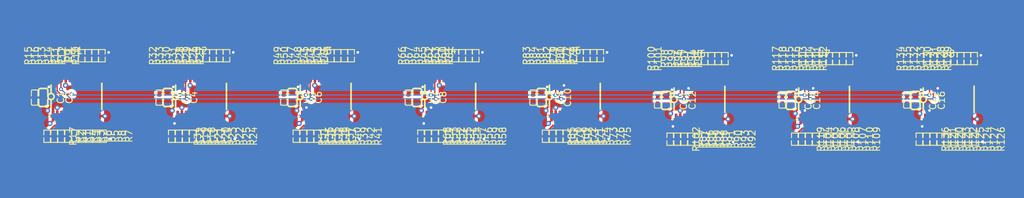
<source format=kicad_pcb>
(kicad_pcb (version 20241229) (generator "pcbnew") (generator_version "9.0")
  (layers (0 "F.Cu" signal) (2 "B.Cu" signal) (13 "F.Paste" user) (15 "B.Paste" user) (5 "F.SilkS" user "F.Silkscreen") (7 "B.SilkS" user "B.Silkscreen") (1 "F.Mask" user) (3 "B.Mask" user) (25 "Edge.Cuts" user))
  (net 0 "")
  (net 1 "mux2-SC5")
  (net 2 "mux2-SD5")
  (net 3 "mux1-SD3")
  (net 4 "mux2-SD3")
  (net 5 "mux2-SD1")
  (net 6 "mux1-SD6")
  (net 7 "mux2-SC4")
  (net 8 "mux1-SC1")
  (net 9 "mux2-RESET_")
  (net 10 "mux2-SD2")
  (net 11 "mux2-SD0")
  (net 12 "mux1-SD2")
  (net 13 "mux1-SD5")
  (net 14 "mux2-SD7")
  (net 15 "mux1-SC4")
  (net 16 "mux2-SC7")
  (net 17 "mux1-SC0")
  (net 18 "mux1-SC6")
  (net 19 "mux1-SD0")
  (net 20 "mux2-SC0")
  (net 21 "mux1-SC2")
  (net 22 "mux2-SD6")
  (net 23 "mux1-RESET_")
  (net 24 "mux1-SD1")
  (net 25 "mux2-SC6")
  (net 26 "mux2-SC3")
  (net 27 "mux2-SC2")
  (net 28 "mux2-SD4")
  (net 29 "mux2-SC1")
  (net 30 "mux1-SC7")
  (net 31 "mux1-SD7")
  (net 32 "mux1-SD4")
  (net 33 "mux1-SC3")
  (net 34 "mux1-SC5")
  (net 35 "mux4-SD3")
  (net 36 "mux5-SC0")
  (net 37 "mux3-SC6")
  (net 38 "SDA")
  (net 39 "mux7-SC5")
  (net 40 "mux6-SC1")
  (net 41 "mux8-SC6")
  (net 42 "mux4-SC4")
  (net 43 "mux8-SC7")
  (net 44 "mux3-SD3")
  (net 45 "mux5-SC7")
  (net 46 "mux7-SD1")
  (net 47 "mux3-SD5")
  (net 48 "SCL")
  (net 49 "mux4-SD2")
  (net 50 "mux3-SD1")
  (net 51 "mux6-SC2")
  (net 52 "mux6-SC4")
  (net 53 "mux8-SD0")
  (net 54 "mux3-SD0")
  (net 55 "mux5-SC2")
  (net 56 "mux4-SC5")
  (net 57 "mux7-SD0")
  (net 58 "mux4-SC1")
  (net 59 "mux3-SC1")
  (net 60 "mux8-SD7")
  (net 61 "mux5-SD5")
  (net 62 "mux5-SD6")
  (net 63 "mux7-SC4")
  (net 64 "mux6-SC7")
  (net 65 "mux3-SC0")
  (net 66 "mux4-SD6")
  (net 67 "mux3-SC5")
  (net 68 "mux7-SC7")
  (net 69 "mux7-SD4")
  (net 70 "mux6-SD4")
  (net 71 "mux5-SD4")
  (net 72 "mux5-SC3")
  (net 73 "mux5-SD7")
  (net 74 "mux6-SD6")
  (net 75 "mux6-SC3")
  (net 76 "mux7-SC0")
  (net 77 "mux7-SD5")
  (net 78 "mux6-SD0")
  (net 79 "mux3-SC4")
  (net 80 "mux4-SC3")
  (net 81 "mux4-SC7")
  (net 82 "mux8-RESET_")
  (net 83 "mux7-SD6")
  (net 84 "mux6-RESET_")
  (net 85 "mux8-SC4")
  (net 86 "mux5-RESET_")
  (net 87 "hv")
  (net 88 "mux5-SC4")
  (net 89 "mux8-SD3")
  (net 90 "mux7-SC1")
  (net 91 "mux5-SD3")
  (net 92 "mux4-SC0")
  (net 93 "mux7-SC2")
  (net 94 "mux6-SC0")
  (net 95 "mux6-SD3")
  (net 96 "mux3-SD4")
  (net 97 "mux6-SD7")
  (net 98 "mux4-RESET_")
  (net 99 "mux4-SD7")
  (net 100 "mux5-SC1")
  (net 101 "mux3-SD2")
  (net 102 "mux3-SC3")
  (net 103 "mux8-SD4")
  (net 104 "mux5-SD2")
  (net 105 "mux3-SC7")
  (net 106 "mux7-SC3")
  (net 107 "mux8-SD5")
  (net 108 "mux3-SD7")
  (net 109 "mux8-SD6")
  (net 110 "mux4-SC6")
  (net 111 "mux5-SC5")
  (net 112 "mux8-SC3")
  (net 113 "mux6-SD5")
  (net 114 "mux3-RESET_")
  (net 115 "mux6-SD2")
  (net 116 "mux4-SD1")
  (net 117 "mux7-SD2")
  (net 118 "mux7-SD7")
  (net 119 "mux4-SD4")
  (net 120 "mux7-SC6")
  (net 121 "mux5-SD1")
  (net 122 "mux6-SC6")
  (net 123 "mux3-SD6")
  (net 124 "mux8-SD2")
  (net 125 "mux4-SD0")
  (net 126 "mux6-SC5")
  (net 127 "mux8-SC2")
  (net 128 "mux3-SC2")
  (net 129 "mux6-SD1")
  (net 130 "mux5-SC6")
  (net 131 "mux8-SC1")
  (net 132 "mux4-SD5")
  (net 133 "mux8-SD1")
  (net 134 "mux7-RESET_")
  (net 135 "mux8-SC0")
  (net 136 "mux8-SC5")
  (net 137 "mux7-SD3")
  (net 138 "mux4-SC2")
  (net 139 "mux5-SD0")
  (net 140 "gnd")
  (footprint "atopile:R0402-56259e" (layer "F.Cu") (at 195.065202 104.265604 -90)
    (property "Reference" "R107" (hide yes))
    (property "Value" "10kΩ ±1% 62.5mW")
  )
  (footprint "atopile:R0402-56259e" (layer "F.Cu") (at 208.878912 91.885322 90)
    (property "Reference" "R134" (hide yes))
    (property "Value" "10kΩ ±1% 62.5mW")
  )
  (footprint "atopile:R0402-56259e" (layer "F.Cu") (at 169.46095 104.267798 -90)
    (property "Reference" "R102" (hide yes))
    (property "Value" "10kΩ ±1% 62.5mW")
  )
  (footprint "atopile:R0402-56259e" (layer "F.Cu") (at 119.379297 91.437076 90)
    (property "Reference" "R43" (hide yes))
    (property "Value" "10kΩ ±1% 62.5mW")
  )
  (footprint "atopile:R0402-56259e" (layer "F.Cu") (at 171.616476 91.885322 90)
    (property "Reference" "R101" (hide yes))
    (property "Value" "10kΩ ±1% 62.5mW")
  )
  (footprint "atopile:R0402-56259e" (layer "F.Cu") (at 190.770138 104.265604 -90)
    (property "Reference" "R103" (hide yes))
    (property "Value" "10kΩ ±1% 62.5mW")
  )
  (footprint "atopile:R0402-56259e" (layer "F.Cu") (at 135.398747 91.437076 90)
    (property "Reference" "R65" (hide yes))
    (property "Value" "10kΩ ±1% 62.5mW")
  )
  (footprint "atopile:R0402-56259e" (layer "F.Cu") (at 139.752021 103.817358 -90)
    (property "Reference" "R58" (hide yes))
    (property "Value" "10kΩ ±1% 62.5mW")
  )
  (footprint "atopile:R0402-56259e" (layer "F.Cu") (at 156.758059 103.817358 -90)
    (property "Reference" "R73" (hide yes))
    (property "Value" "10kΩ ±1% 62.5mW")
  )
  (footprint "atopile:R0402-56259e" (layer "F.Cu") (at 73.693093 103.819552 -90)
    (property "Reference" "R17" (hide yes))
    (property "Value" "10kΩ ±1% 62.5mW")
  )
  (footprint "atopile:R0402-56259e" (layer "F.Cu") (at 137.488161 91.437076 90)
    (property "Reference" "R63" (hide yes))
    (property "Value" "10kΩ ±1% 62.5mW")
  )
  (footprint "atopile:R0402-56259e" (layer "F.Cu") (at 95.00228 103.817358 -90)
    (property "Reference" "R18" (hide yes))
    (property "Value" "10kΩ ±1% 62.5mW")
  )
  (footprint "atopile:R0402-56259e" (layer "F.Cu") (at 189.696372 104.265604 -90)
    (property "Reference" "R104" (hide yes))
    (property "Value" "10kΩ ±1% 62.5mW")
  )
  (footprint "atopile:R0402-56259e" (layer "F.Cu") (at 116.303384 103.817358 -90)
    (property "Reference" "R37" (hide yes))
    (property "Value" "10kΩ ±1% 62.5mW")
  )
  (footprint "atopile:R0402-56259e" (layer "F.Cu") (at 97.091604 91.437076 90)
    (property "Reference" "R31" (hide yes))
    (property "Value" "10kΩ ±1% 62.5mW")
  )
  (footprint "atopile:C0603-bd72f6" (layer "F.Cu") (at 111.401123 97.859291 -90)
    (property "Reference" "C6" (hide yes))
    (property "Value" "2.2µF ±10% 16V X5R")
  )
  (footprint "atopile:R0402-56259e" (layer "F.Cu") (at 99.297344 103.817358 -90)
    (property "Reference" "R22" (hide yes))
    (property "Value" "10kΩ ±1% 62.5mW")
  )
  (footprint "atopile:R0402-56259e" (layer "F.Cu") (at 215.147154 91.885322 90)
    (property "Reference" "R128" (hide yes))
    (property "Value" "10kΩ ±1% 62.5mW")
  )
  (footprint "atopile:R0402-56259e" (layer "F.Cu") (at 172.661183 91.885322 90)
    (property "Reference" "R98" (hide yes))
    (property "Value" "10kΩ ±1% 62.5mW")
  )
  (footprint "atopile:R0402-56259e" (layer "F.Cu") (at 96.076046 103.817358 -90)
    (property "Reference" "R21" (hide yes))
    (property "Value" "10kΩ ±1% 62.5mW")
  )
  (footprint "atopile:R0402-56259e" (layer "F.Cu") (at 134.35404 91.437076 90)
    (property "Reference" "R64" (hide yes))
    (property "Value" "10kΩ ±1% 62.5mW")
  )
  (footprint "atopile:R0402-56259e" (layer "F.Cu") (at 207.768093 104.267798 -90)
    (property "Reference" "R136" (hide yes))
    (property "Value" "10kΩ ±1% 62.5mW")
  )
  (footprint "atopile:R0402-56259e" (layer "F.Cu") (at 214.218773 104.265604 -90)
    (property "Reference" "R124" (hide yes))
    (property "Value" "10kΩ ±1% 62.5mW")
  )
  (footprint "atopile:R0402-56259e" (layer "F.Cu") (at 93.957483 91.437076 90)
    (property "Reference" "R32" (hide yes))
    (property "Value" "10kΩ ±1% 62.5mW")
  )
  (footprint "atopile:R0402-56259e" (layer "F.Cu") (at 210.997475 104.265604 -90)
    (property "Reference" "R123" (hide yes))
    (property "Value" "10kΩ ±1% 62.5mW")
  )
  (footprint "atopile:R0402-56259e" (layer "F.Cu") (at 216.191863 91.885322 90)
    (property "Reference" "R129" (hide yes))
    (property "Value" "10kΩ ±1% 62.5mW")
  )
  (footprint "atopile:R0402-56259e" (layer "F.Cu") (at 196.138968 104.265604 -90)
    (property "Reference" "R110" (hide yes))
    (property "Value" "10kΩ ±1% 62.5mW")
  )
  (footprint "atopile:R0402-56259e" (layer "F.Cu") (at 175.795304 91.885322 90)
    (property "Reference" "R97" (hide yes))
    (property "Value" "10kΩ ±1% 62.5mW")
  )
  (footprint "atopile:R0402-56259e" (layer "F.Cu") (at 137.604487 103.817358 -90)
    (property "Reference" "R56" (hide yes))
    (property "Value" "10kΩ ±1% 62.5mW")
  )
  (footprint "atopile:C0603-bd72f6" (layer "F.Cu") (at 130.554694 97.859291 -90)
    (property "Reference" "C8" (hide yes))
    (property "Value" "2.2µF ±10% 16V X5R")
  )
  (footprint "atopile:R0402-56259e" (layer "F.Cu") (at 209.923619 91.885322 90)
    (property "Reference" "R135" (hide yes))
    (property "Value" "10kΩ ±1% 62.5mW")
  )
  (footprint "atopile:R0402-56259e" (layer "F.Cu") (at 214.102447 91.885322 90)
    (property "Reference" "R131" (hide yes))
    (property "Value" "10kΩ ±1% 62.5mW")
  )
  (footprint "atopile:R0402-56259e" (layer "F.Cu") (at 93.928514 103.817358 -90)
    (property "Reference" "R19" (hide yes))
    (property "Value" "10kΩ ±1% 62.5mW")
  )
  (footprint "atopile:C0402-b3ef17" (layer "F.Cu") (at 205.846082 98.327948 -90)
    (property "Reference" "C15" (hide yes))
    (property "Value" "100nF ±10% 16V X7R")
  )
  (footprint "atopile:R0402-56259e" (layer "F.Cu") (at 157.831825 103.817358 -90)
    (property "Reference" "R76" (hide yes))
    (property "Value" "10kΩ ±1% 62.5mW")
  )
  (footprint "atopile:R0402-56259e" (layer "F.Cu") (at 118.33459 91.437076 90)
    (property "Reference" "R46" (hide yes))
    (property "Value" "10kΩ ±1% 62.5mW")
  )
  (footprint "atopile:R0402-56259e" (layer "F.Cu") (at 154.610527 103.817358 -90)
    (property "Reference" "R71" (hide yes))
    (property "Value" "10kΩ ±1% 62.5mW")
  )
  (footprint "atopile:C0402-b3ef17" (layer "F.Cu") (at 186.692511 98.327948 -90)
    (property "Reference" "C13" (hide yes))
    (property "Value" "100nF ±10% 16V X7R")
  )
  (footprint "atopile:R0402-56259e" (layer "F.Cu") (at 132.264626 91.437076 90)
    (property "Reference" "R66" (hide yes))
    (property "Value" "10kΩ ±1% 62.5mW")
  )
  (footprint "atopile:R0402-56259e" (layer "F.Cu") (at 215.292539 104.265604 -90)
    (property "Reference" "R127" (hide yes))
    (property "Value" "10kΩ ±1% 62.5mW")
  )
  (footprint "atopile:R0402-56259e" (layer "F.Cu") (at 210.968326 91.885322 90)
    (property "Reference" "R132" (hide yes))
    (property "Value" "10kΩ ±1% 62.5mW")
  )
  (footprint "atopile:R0402-56259e" (layer "F.Cu") (at 170.5428 104.265604 -90)
    (property "Reference" "R87" (hide yes))
    (property "Value" "10kΩ ±1% 62.5mW")
  )
  (footprint "atopile:R0402-56259e" (layer "F.Cu") (at 152.462905 91.437076 90)
    (property "Reference" "R84" (hide yes))
    (property "Value" "10kΩ ±1% 62.5mW")
  )
  (footprint "atopile:R0402-56259e" (layer "F.Cu") (at 77.996241 103.817358 -90)
    (property "Reference" "R3" (hide yes))
    (property "Value" "10kΩ ±1% 62.5mW")
  )
  (footprint "atopile:R0402-56259e" (layer "F.Cu") (at 178.059164 104.265604 -90)
    (property "Reference" "R92" (hide yes))
    (property "Value" "10kΩ ±1% 62.5mW")
  )
  (footprint "atopile:R0402-56259e" (layer "F.Cu") (at 213.145007 104.265604 -90)
    (property "Reference" "R125" (hide yes))
    (property "Value" "10kΩ ±1% 62.5mW")
  )
  (footprint "lib:TSSOP-24_L7.8-W4.4-P0.65-LS6.4-BL" (layer "F.Cu") (at 212.25 98.148246)
    (property "Reference" "U8" (hide yes))
    (property "Value" "")
  )
  (footprint "atopile:R0402-56259e" (layer "F.Cu") (at 100.225725 91.437076 90)
    (property "Reference" "R26" (hide yes))
    (property "Value" "10kΩ ±1% 62.5mW")
  )
  (footprint "atopile:R0402-56259e" (layer "F.Cu") (at 79.070007 103.817358 -90)
    (property "Reference" "R6" (hide yes))
    (property "Value" "10kΩ ±1% 62.5mW")
  )
  (footprint "atopile:R0402-56259e" (layer "F.Cu") (at 117.289883 91.437076 90)
    (property "Reference" "R45" (hide yes))
    (property "Value" "10kΩ ±1% 62.5mW")
  )
  (footprint "atopile:R0402-56259e" (layer "F.Cu") (at 97.149812 103.817358 -90)
    (property "Reference" "R20" (hide yes))
    (property "Value" "10kΩ ±1% 62.5mW")
  )
  (footprint "atopile:R0402-56259e" (layer "F.Cu") (at 212.013033 91.885322 90)
    (property "Reference" "R133" (hide yes))
    (property "Value" "10kΩ ±1% 62.5mW")
  )
  (footprint "atopile:R0402-56259e" (layer "F.Cu") (at 80.143773 103.817358 -90)
    (property "Reference" "R5" (hide yes))
    (property "Value" "10kΩ ±1% 62.5mW")
  )
  (footprint "atopile:R0402-56259e" (layer "F.Cu") (at 174.750597 91.885322 90)
    (property "Reference" "R96" (hide yes))
    (property "Value" "10kΩ ±1% 62.5mW")
  )
  (footprint "atopile:R0402-56259e" (layer "F.Cu") (at 98.136311 91.437076 90)
    (property "Reference" "R28" (hide yes))
    (property "Value" "10kΩ ±1% 62.5mW")
  )
  (footprint "atopile:R0402-56259e" (layer "F.Cu") (at 136.443454 91.437076 90)
    (property "Reference" "R62" (hide yes))
    (property "Value" "10kΩ ±1% 62.5mW")
  )
  (footprint "atopile:R0402-56259e" (layer "F.Cu") (at 136.530721 103.817358 -90)
    (property "Reference" "R57" (hide yes))
    (property "Value" "10kΩ ±1% 62.5mW")
  )
  (footprint "atopile:R0402-56259e" (layer "F.Cu") (at 96.046897 91.437076 90)
    (property "Reference" "R30" (hide yes))
    (property "Value" "10kΩ ±1% 62.5mW")
  )
  (footprint "atopile:R0402-56259e" (layer "F.Cu") (at 151.418198 91.437076 90)
    (property "Reference" "R83" (hide yes))
    (property "Value" "10kΩ ±1% 62.5mW")
  )
  (footprint "atopile:R0402-56259e" (layer "F.Cu") (at 120.59845 103.817358 -90)
    (property "Reference" "R41" (hide yes))
    (property "Value" "10kΩ ±1% 62.5mW")
  )
  (footprint "atopile:R0402-56259e" (layer "F.Cu") (at 114.155762 91.437076 90)
    (property "Reference" "R50" (hide yes))
    (property "Value" "10kΩ ±1% 62.5mW")
  )
  (footprint "atopile:R0402-56259e" (layer "F.Cu") (at 174.837864 104.265604 -90)
    (property "Reference" "R91" (hide yes))
    (property "Value" "10kΩ ±1% 62.5mW")
  )
  (footprint "atopile:R0402-56259e" (layer "F.Cu") (at 112.000236 103.819552 -90)
    (property "Reference" "R51" (hide yes))
    (property "Value" "10kΩ ±1% 62.5mW")
  )
  (footprint "atopile:R0402-56259e" (layer "F.Cu") (at 208.849943 104.265604 -90)
    (property "Reference" "R121" (hide yes))
    (property "Value" "10kΩ ±1% 62.5mW")
  )
  (footprint "atopile:R0402-56259e" (layer "F.Cu") (at 81.072154 91.437076 90)
    (property "Reference" "R9" (hide yes))
    (property "Value" "10kΩ ±1% 62.5mW")
  )
  (footprint "atopile:R0402-56259e" (layer "F.Cu") (at 132.235657 103.817358 -90)
    (property "Reference" "R53" (hide yes))
    (property "Value" "10kΩ ±1% 62.5mW")
  )
  (footprint "atopile:R0402-56259e" (layer "F.Cu") (at 153.536761 103.817358 -90)
    (property "Reference" "R72" (hide yes))
    (property "Value" "10kΩ ±1% 62.5mW")
  )
  (footprint "atopile:R0402-56259e" (layer "F.Cu") (at 76.893326 91.437076 90)
    (property "Reference" "R13" (hide yes))
    (property "Value" "10kΩ ±1% 62.5mW")
  )
  (footprint "atopile:R0402-56259e" (layer "F.Cu") (at 117.37715 103.817358 -90)
    (property "Reference" "R40" (hide yes))
    (property "Value" "10kΩ ±1% 62.5mW")
  )
  (footprint "atopile:R0402-56259e" (layer "F.Cu") (at 138.532868 91.437076 90)
    (property "Reference" "R60" (hide yes))
    (property "Value" "10kΩ ±1% 62.5mW")
  )
  (footprint "atopile:C0402-b3ef17" (layer "F.Cu") (at 167.538939 98.327948 -90)
    (property "Reference" "C11" (hide yes))
    (property "Value" "100nF ±10% 16V X7R")
  )
  (footprint "atopile:R0402-56259e" (layer "F.Cu") (at 80.027447 91.437076 90)
    (property "Reference" "R12" (hide yes))
    (property "Value" "10kΩ ±1% 62.5mW")
  )
  (footprint "atopile:R0402-56259e" (layer "F.Cu") (at 152.462995 103.817358 -90)
    (property "Reference" "R69" (hide yes))
    (property "Value" "10kΩ ±1% 62.5mW")
  )
  (footprint "atopile:R0402-56259e" (layer "F.Cu") (at 77.938033 91.437076 90)
    (property "Reference" "R14" (hide yes))
    (property "Value" "10kΩ ±1% 62.5mW")
  )
  (footprint "lib:TSSOP-24_L7.8-W4.4-P0.65-LS6.4-BL" (layer "F.Cu") (at 135.635714 97.7)
    (property "Reference" "U4" (hide yes))
    (property "Value" "")
  )
  (footprint "atopile:R0402-56259e" (layer "F.Cu") (at 158.905593 103.817358 -90)
    (property "Reference" "R75" (hide yes))
    (property "Value" "10kΩ ±1% 62.5mW")
  )
  (footprint "atopile:C0402-b3ef17" (layer "F.Cu") (at 71.771082 97.879702 -90)
    (property "Reference" "C1" (hide yes))
    (property "Value" "100nF ±10% 16V X7R")
  )
  (footprint "atopile:R0402-56259e" (layer "F.Cu") (at 139.577577 91.437076 90)
    (property "Reference" "R61" (hide yes))
    (property "Value" "10kΩ ±1% 62.5mW")
  )
  (footprint "atopile:C0603-bd72f6" (layer "F.Cu") (at 92.247551 97.859291 -90)
    (property "Reference" "C4" (hide yes))
    (property "Value" "2.2µF ±10% 16V X5R")
  )
  (footprint "atopile:R0402-56259e" (layer "F.Cu") (at 192.91767 104.265604 -90)
    (property "Reference" "R105" (hide yes))
    (property "Value" "10kΩ ±1% 62.5mW")
  )
  (footprint "atopile:R0402-56259e" (layer "F.Cu") (at 173.70589 91.885322 90)
    (property "Reference" "R99" (hide yes))
    (property "Value" "10kΩ ±1% 62.5mW")
  )
  (footprint "atopile:R0402-56259e" (layer "F.Cu") (at 75.848709 103.817358 -90)
    (property "Reference" "R1" (hide yes))
    (property "Value" "10kΩ ±1% 62.5mW")
  )
  (footprint "atopile:R0402-56259e" (layer "F.Cu") (at 100.37111 103.817358 -90)
    (property "Reference" "R25" (hide yes))
    (property "Value" "10kΩ ±1% 62.5mW")
  )
  (footprint "atopile:R0402-56259e" (layer "F.Cu") (at 101.444878 103.817358 -90)
    (property "Reference" "R24" (hide yes))
    (property "Value" "10kΩ ±1% 62.5mW")
  )
  (footprint "atopile:R0402-56259e" (layer "F.Cu") (at 78.98274 91.437076 90)
    (property "Reference" "R11" (hide yes))
    (property "Value" "10kΩ ±1% 62.5mW")
  )
  (footprint "lib:TSSOP-24_L7.8-W4.4-P0.65-LS6.4-BL" (layer "F.Cu") (at 78.175 97.7)
    (property "Reference" "U1" (hide yes))
    (property "Value" "")
  )
  (footprint "atopile:R0402-56259e" (layer "F.Cu") (at 81.217539 103.817358 -90)
    (property "Reference" "R8" (hide yes))
    (property "Value" "10kΩ ±1% 62.5mW")
  )
  (footprint "atopile:R0402-56259e" (layer "F.Cu") (at 74.774943 103.817358 -90)
    (property "Reference" "R2" (hide yes))
    (property "Value" "10kΩ ±1% 62.5mW")
  )
  (footprint "lib:TSSOP-24_L7.8-W4.4-P0.65-LS6.4-BL" (layer "F.Cu") (at 173.942857 98.148246)
    (property "Reference" "U6" (hide yes))
    (property "Value" "")
  )
  (footprint "atopile:R0402-56259e" (layer "F.Cu") (at 194.948876 91.885322 90)
    (property "Reference" "R114" (hide yes))
    (property "Value" "10kΩ ±1% 62.5mW")
  )
  (footprint "atopile:R0402-56259e" (layer "F.Cu") (at 115.229618 103.817358 -90)
    (property "Reference" "R38" (hide yes))
    (property "Value" "10kΩ ±1% 62.5mW")
  )
  (footprint "atopile:C0603-bd72f6" (layer "F.Cu") (at 149.708266 97.859291 -90)
    (property "Reference" "C10" (hide yes))
    (property "Value" "2.2µF ±10% 16V X5R")
  )
  (footprint "atopile:R0402-56259e" (layer "F.Cu") (at 156.641733 91.437076 90)
    (property "Reference" "R80" (hide yes))
    (property "Value" "10kΩ ±1% 62.5mW")
  )
  (footprint "atopile:R0402-56259e" (layer "F.Cu") (at 135.456955 103.817358 -90)
    (property "Reference" "R54" (hide yes))
    (property "Value" "10kΩ ±1% 62.5mW")
  )
  (footprint "atopile:R0402-56259e" (layer "F.Cu") (at 113.082086 103.817358 -90)
    (property "Reference" "R36" (hide yes))
    (property "Value" "10kΩ ±1% 62.5mW")
  )
  (footprint "atopile:R0402-56259e" (layer "F.Cu") (at 133.309423 103.817358 -90)
    (property "Reference" "R52" (hide yes))
    (property "Value" "10kΩ ±1% 62.5mW")
  )
  (footprint "atopile:R0402-56259e" (layer "F.Cu") (at 190.770048 91.885322 90)
    (property "Reference" "R118" (hide yes))
    (property "Value" "10kΩ ±1% 62.5mW")
  )
  (footprint "atopile:R0402-56259e" (layer "F.Cu") (at 74.803912 91.437076 90)
    (property "Reference" "R15" (hide yes))
    (property "Value" "10kΩ ±1% 62.5mW")
  )
  (footprint "atopile:R0402-56259e" (layer "F.Cu") (at 116.245176 91.437076 90)
    (property "Reference" "R48" (hide yes))
    (property "Value" "10kΩ ±1% 62.5mW")
  )
  (footprint "atopile:R0402-56259e" (layer "F.Cu") (at 209.923709 104.265604 -90)
    (property "Reference" "R120" (hide yes))
    (property "Value" "10kΩ ±1% 62.5mW")
  )
  (footprint "atopile:R0402-56259e" (layer "F.Cu") (at 113.111055 91.437076 90)
    (property "Reference" "R49" (hide yes))
    (property "Value" "10kΩ ±1% 62.5mW")
  )
  (footprint "atopile:R0402-56259e" (layer "F.Cu") (at 155.684293 103.817358 -90)
    (property "Reference" "R74" (hide yes))
    (property "Value" "10kΩ ±1% 62.5mW")
  )
  (footprint "lib:TSSOP-24_L7.8-W4.4-P0.65-LS6.4-BL" (layer "F.Cu") (at 97.328571 97.7)
    (property "Reference" "U2" (hide yes))
    (property "Value" "")
  )
  (footprint "atopile:C0603-bd72f6" (layer "F.Cu") (at 188.015409 98.307537 -90)
    (property "Reference" "C14" (hide yes))
    (property "Value" "2.2µF ±10% 16V X5R")
  )
  (footprint "atopile:R0402-56259e" (layer "F.Cu") (at 193.904169 91.885322 90)
    (property "Reference" "R113" (hide yes))
    (property "Value" "10kΩ ±1% 62.5mW")
  )
  (footprint "atopile:R0402-56259e" (layer "F.Cu") (at 192.859462 91.885322 90)
    (property "Reference" "R116" (hide yes))
    (property "Value" "10kΩ ±1% 62.5mW")
  )
  (footprint "atopile:R0402-56259e" (layer "F.Cu") (at 195.993583 91.885322 90)
    (property "Reference" "R111" (hide yes))
    (property "Value" "10kΩ ±1% 62.5mW")
  )
  (footprint "atopile:R0402-56259e" (layer "F.Cu") (at 118.450916 103.817358 -90)
    (property "Reference" "R39" (hide yes))
    (property "Value" "10kΩ ±1% 62.5mW")
  )
  (footprint "atopile:C0402-b3ef17" (layer "F.Cu") (at 110.078225 97.879702 -90)
    (property "Reference" "C5" (hide yes))
    (property "Value" "100nF ±10% 16V X7R")
  )
  (footprint "atopile:R0402-56259e" (layer "F.Cu") (at 176.985396 104.265604 -90)
    (property "Reference" "R93" (hide yes))
    (property "Value" "10kΩ ±1% 62.5mW")
  )
  (footprint "atopile:R0402-56259e" (layer "F.Cu") (at 216.366307 104.265604 -90)
    (property "Reference" "R126" (hide yes))
    (property "Value" "10kΩ ±1% 62.5mW")
  )
  (footprint "atopile:R0402-56259e" (layer "F.Cu") (at 155.597026 91.437076 90)
    (property "Reference" "R79" (hide yes))
    (property "Value" "10kΩ ±1% 62.5mW")
  )
  (footprint "atopile:R0402-56259e" (layer "F.Cu") (at 133.309333 91.437076 90)
    (property "Reference" "R67" (hide yes))
    (property "Value" "10kΩ ±1% 62.5mW")
  )
  (footprint "lib:TSSOP-24_L7.8-W4.4-P0.65-LS6.4-BL" (layer "F.Cu") (at 116.482143 97.7)
    (property "Reference" "U3" (hide yes))
    (property "Value" "")
  )
  (footprint "atopile:R0402-56259e" (layer "F.Cu") (at 197.038292 91.885322 90)
    (property "Reference" "R112" (hide yes))
    (property "Value" "10kΩ ±1% 62.5mW")
  )
  (footprint "atopile:R0402-56259e" (layer "F.Cu") (at 153.507612 91.437076 90)
    (property "Reference" "R81" (hide yes))
    (property "Value" "10kΩ ±1% 62.5mW")
  )
  (footprint "atopile:C0603-bd72f6" (layer "F.Cu") (at 168.861837 98.307537 -90)
    (property "Reference" "C12" (hide yes))
    (property "Value" "2.2µF ±10% 16V X5R")
  )
  (footprint "atopile:R0402-56259e" (layer "F.Cu") (at 151.389229 103.817358 -90)
    (property "Reference" "R70" (hide yes))
    (property "Value" "10kΩ ±1% 62.5mW")
  )
  (footprint "atopile:R0402-56259e" (layer "F.Cu") (at 150.307379 103.819552 -90)
    (property "Reference" "R85" (hide yes))
    (property "Value" "10kΩ ±1% 62.5mW")
  )
  (footprint "atopile:R0402-56259e" (layer "F.Cu") (at 177.88472 91.885322 90)
    (property "Reference" "R95" (hide yes))
    (property "Value" "10kΩ ±1% 62.5mW")
  )
  (footprint "atopile:R0402-56259e" (layer "F.Cu") (at 197.212736 104.265604 -90)
    (property "Reference" "R109" (hide yes))
    (property "Value" "10kΩ ±1% 62.5mW")
  )
  (footprint "atopile:R0402-56259e" (layer "F.Cu") (at 157.68644 91.437076 90)
    (property "Reference" "R77" (hide yes))
    (property "Value" "10kΩ ±1% 62.5mW")
  )
  (footprint "atopile:R0402-56259e" (layer "F.Cu") (at 191.843904 104.265604 -90)
    (property "Reference" "R106" (hide yes))
    (property "Value" "10kΩ ±1% 62.5mW")
  )
  (footprint "atopile:R0402-56259e" (layer "F.Cu") (at 76.922475 103.817358 -90)
    (property "Reference" "R4" (hide yes))
    (property "Value" "10kΩ ±1% 62.5mW")
  )
  (footprint "atopile:R0402-56259e" (layer "F.Cu") (at 170.571769 91.885322 90)
    (property "Reference" "R100" (hide yes))
    (property "Value" "10kΩ ±1% 62.5mW")
  )
  (footprint "atopile:C0402-b3ef17" (layer "F.Cu") (at 90.924653 97.879702 -90)
    (property "Reference" "C3" (hide yes))
    (property "Value" "100nF ±10% 16V X7R")
  )
  (footprint "atopile:R0402-56259e" (layer "F.Cu") (at 176.840011 91.885322 90)
    (property "Reference" "R94" (hide yes))
    (property "Value" "10kΩ ±1% 62.5mW")
  )
  (footprint "atopile:R0402-56259e" (layer "F.Cu") (at 173.764098 104.265604 -90)
    (property "Reference" "R88" (hide yes))
    (property "Value" "10kΩ ±1% 62.5mW")
  )
  (footprint "atopile:R0402-56259e" (layer "F.Cu") (at 95.00219 91.437076 90)
    (property "Reference" "R33" (hide yes))
    (property "Value" "10kΩ ±1% 62.5mW")
  )
  (footprint "atopile:R0402-56259e" (layer "F.Cu") (at 171.616566 104.265604 -90)
    (property "Reference" "R86" (hide yes))
    (property "Value" "10kΩ ±1% 62.5mW")
  )
  (footprint "lib:TSSOP-24_L7.8-W4.4-P0.65-LS6.4-BL" (layer "F.Cu") (at 154.789286 97.7)
    (property "Reference" "U5" (hide yes))
    (property "Value" "")
  )
  (footprint "atopile:R0402-56259e" (layer "F.Cu") (at 120.424006 91.437076 90)
    (property "Reference" "R44" (hide yes))
    (property "Value" "10kΩ ±1% 62.5mW")
  )
  (footprint "atopile:C0603-bd72f6" (layer "F.Cu") (at 73.09398 97.859291 -90)
    (property "Reference" "C2" (hide yes))
    (property "Value" "2.2µF ±10% 16V X5R")
  )
  (footprint "atopile:R0402-56259e" (layer "F.Cu") (at 134.383189 103.817358 -90)
    (property "Reference" "R55" (hide yes))
    (property "Value" "10kΩ ±1% 62.5mW")
  )
  (footprint "atopile:R0402-56259e" (layer "F.Cu") (at 115.200469 91.437076 90)
    (property "Reference" "R47" (hide yes))
    (property "Value" "10kΩ ±1% 62.5mW")
  )
  (footprint "atopile:R0402-56259e" (layer "F.Cu") (at 82.291307 103.817358 -90)
    (property "Reference" "R7" (hide yes))
    (property "Value" "10kΩ ±1% 62.5mW")
  )
  (footprint "atopile:R0402-56259e" (layer "F.Cu") (at 175.91163 104.265604 -90)
    (property "Reference" "R90" (hide yes))
    (property "Value" "10kΩ ±1% 62.5mW")
  )
  (footprint "atopile:R0402-56259e" (layer "F.Cu") (at 119.524682 103.817358 -90)
    (property "Reference" "R42" (hide yes))
    (property "Value" "10kΩ ±1% 62.5mW")
  )
  (footprint "atopile:R0402-56259e" (layer "F.Cu") (at 98.223578 103.817358 -90)
    (property "Reference" "R23" (hide yes))
    (property "Value" "10kΩ ±1% 62.5mW")
  )
  (footprint "atopile:R0402-56259e" (layer "F.Cu") (at 191.814755 91.885322 90)
    (property "Reference" "R115" (hide yes))
    (property "Value" "10kΩ ±1% 62.5mW")
  )
  (footprint "atopile:C0402-b3ef17" (layer "F.Cu") (at 129.231796 97.879702 -90)
    (property "Reference" "C7" (hide yes))
    (property "Value" "100nF ±10% 16V X7R")
  )
  (footprint "atopile:R0402-56259e" (layer "F.Cu") (at 131.153807 103.819552 -90)
    (property "Reference" "R68" (hide yes))
    (property "Value" "10kΩ ±1% 62.5mW")
  )
  (footprint "atopile:R0402-56259e" (layer "F.Cu") (at 189.725341 91.885322 90)
    (property "Reference" "R117" (hide yes))
    (property "Value" "10kΩ ±1% 62.5mW")
  )
  (footprint "atopile:R0402-56259e" (layer "F.Cu") (at 188.614522 104.267798 -90)
    (property "Reference" "R119" (hide yes))
    (property "Value" "10kΩ ±1% 62.5mW")
  )
  (footprint "atopile:R0402-56259e" (layer "F.Cu") (at 82.116863 91.437076 90)
    (property "Reference" "R10" (hide yes))
    (property "Value" "10kΩ ±1% 62.5mW")
  )
  (footprint "atopile:R0402-56259e" (layer "F.Cu") (at 92.846664 103.819552 -90)
    (property "Reference" "R34" (hide yes))
    (property "Value" "10kΩ ±1% 62.5mW")
  )
  (footprint "atopile:R0402-56259e" (layer "F.Cu") (at 101.270434 91.437076 90)
    (property "Reference" "R27" (hide yes))
    (property "Value" "10kΩ ±1% 62.5mW")
  )
  (footprint "atopile:R0402-56259e" (layer "F.Cu") (at 193.991436 104.265604 -90)
    (property "Reference" "R108" (hide yes))
    (property "Value" "10kΩ ±1% 62.5mW")
  )
  (footprint "atopile:R0402-56259e" (layer "F.Cu") (at 154.552319 91.437076 90)
    (property "Reference" "R82" (hide yes))
    (property "Value" "10kΩ ±1% 62.5mW")
  )
  (footprint "atopile:R0402-56259e" (layer "F.Cu") (at 212.071241 104.265604 -90)
    (property "Reference" "R122" (hide yes))
    (property "Value" "10kΩ ±1% 62.5mW")
  )
  (footprint "atopile:R0402-56259e" (layer "F.Cu") (at 158.731149 91.437076 90)
    (property "Reference" "R78" (hide yes))
    (property "Value" "10kΩ ±1% 62.5mW")
  )
  (footprint "atopile:R0402-56259e" (layer "F.Cu") (at 99.181018 91.437076 90)
    (property "Reference" "R29" (hide yes))
    (property "Value" "10kΩ ±1% 62.5mW")
  )
  (footprint "atopile:R0402-56259e" (layer "F.Cu") (at 172.690332 104.265604 -90)
    (property "Reference" "R89" (hide yes))
    (property "Value" "10kΩ ±1% 62.5mW")
  )
  (footprint "atopile:R0402-56259e" (layer "F.Cu") (at 138.678253 103.817358 -90)
    (property "Reference" "R59" (hide yes))
    (property "Value" "10kΩ ±1% 62.5mW")
  )
  (footprint "lib:TSSOP-24_L7.8-W4.4-P0.65-LS6.4-BL" (layer "F.Cu") (at 193.096429 98.148246)
    (property "Reference" "U7" (hide yes))
    (property "Value" "")
  )
  (footprint "atopile:R0402-56259e" (layer "F.Cu") (at 213.05774 91.885322 90)
    (property "Reference" "R130" (hide yes))
    (property "Value" "10kΩ ±1% 62.5mW")
  )
  (footprint "atopile:C0402-b3ef17" (layer "F.Cu") (at 148.385368 97.879702 -90)
    (property "Reference" "C9" (hide yes))
    (property "Value" "100nF ±10% 16V X7R")
  )
  (footprint "atopile:C0603-bd72f6" (layer "F.Cu") (at 207.16898 98.307537 -90)
    (property "Reference" "C16" (hide yes))
    (property "Value" "2.2µF ±10% 16V X5R")
  )
  (footprint "atopile:R0402-56259e" (layer "F.Cu") (at 75.848619 91.437076 90)
    (property "Reference" "R16" (hide yes))
    (property "Value" "10kΩ ±1% 62.5mW")
  )
  (footprint "atopile:R0402-56259e" (layer "F.Cu") (at 114.155852 103.817358 -90)
    (property "Reference" "R35" (hide yes))
    (property "Value" "10kΩ ±1% 62.5mW")
  )
  (segment (start 98.136311 91.947076) (end 98.958571 92.769336) (width 0.25) (layer "F.Cu") (net 1))
  (segment (start 98.958571 92.769336) (end 98.958571 94.68) (width 0.25) (layer "F.Cu") (net 1))
  (segment (start 99.608571 92.374629) (end 99.608571 94.68) (width 0.25) (layer "F.Cu") (net 2))
  (segment (start 99.181018 91.947076) (end 99.608571 92.374629) (width 0.25) (layer "F.Cu") (net 2))
  (segment (start 81.184565 103.359281) (end 80.455 102.629716) (width 0.25) (layer "F.Cu") (net 3))
  (segment (start 80.455 102.629716) (end 80.455 100.72) (width 0.25) (layer "F.Cu") (net 3))
  (segment (start 100.338136 103.359281) (end 99.608571 102.629716) (width 0.25) (layer "F.Cu") (net 4))
  (segment (start 99.608571 102.629716) (end 99.608571 100.72) (width 0.25) (layer "F.Cu") (net 4))
  (segment (start 97.008571 102.347269) (end 96.048482 103.307358) (width 0.25) (layer "F.Cu") (net 5))
  (segment (start 97.008571 100.72) (end 97.008571 102.347269) (width 0.25) (layer "F.Cu") (net 5))
  (segment (start 77.938033 91.947076) (end 77.938033 92.163033) (width 0.25) (layer "F.Cu") (net 6))
  (segment (start 77.938033 92.163033) (end 79.155 93.38) (width 0.25) (layer "F.Cu") (net 6))
  (segment (start 79.155 93.38) (end 79.155 94.68) (width 0.25) (layer "F.Cu") (net 6))
  (segment (start 100.258571 91.979922) (end 100.258571 94.68) (width 0.25) (layer "F.Cu") (net 7))
  (segment (start 100.225725 91.947076) (end 100.258571 91.979922) (width 0.25) (layer "F.Cu") (net 7))
  (segment (start 78.495 102.797112) (end 78.495 100.72) (width 0.25) (layer "F.Cu") (net 8))
  (segment (start 77.954896 103.337216) (end 78.495 102.797112) (width 0.25) (layer "F.Cu") (net 8))
  (segment (start 95.058571 100.72) (end 95.058571 101.795) (width 0.25) (layer "F.Cu") (net 9))
  (segment (start 95.058571 101.795) (end 94.681571 102.172) (width 0.25) (layer "F.Cu") (net 9))
  (segment (start 94.681571 102.172) (end 93.984216 102.172) (width 0.25) (layer "F.Cu") (net 9))
  (segment (start 93.984216 102.172) (end 92.846664 103.309552) (width 0.25) (layer "F.Cu") (net 9))
  (segment (start 98.308571 103.221719) (end 98.308571 100.72) (width 0.25) (layer "F.Cu") (net 10))
  (segment (start 98.16642 103.36387) (end 98.308571 103.221719) (width 0.25) (layer "F.Cu") (net 10))
  (segment (start 94.866071 102.6375) (end 94.823571 102.68) (width 0.25) (layer "F.Cu") (net 11))
  (segment (start 93.928514 103.275097) (end 94.566111 102.6375) (width 0.25) (layer "F.Cu") (net 11))
  (segment (start 94.566111 102.6375) (end 94.866071 102.6375) (width 0.25) (layer "F.Cu") (net 11))
  (segment (start 95.708571 101.8375) (end 94.908571 102.6375) (width 0.25) (layer "F.Cu") (net 11))
  (segment (start 95.708571 100.72) (end 95.708571 101.8375) (width 0.25) (layer "F.Cu") (net 11))
  (segment (start 79.012849 103.36387) (end 79.155 103.221719) (width 0.25) (layer "F.Cu") (net 12))
  (segment (start 79.155 103.221719) (end 79.155 100.72) (width 0.25) (layer "F.Cu") (net 12))
  (segment (start 80.455 92.374629) (end 80.455 94.68) (width 0.25) (layer "F.Cu") (net 13))
  (segment (start 80.027447 91.947076) (end 80.455 92.374629) (width 0.25) (layer "F.Cu") (net 13))
  (segment (start 96.883571 94.495) (end 96.883571 93.420146) (width 0.25) (layer "F.Cu") (net 14))
  (segment (start 95.59719 92.542076) (end 95.00219 91.947076) (width 0.25) (layer "F.Cu") (net 14))
  (segment (start 96.883571 93.420146) (end 96.005501 92.542076) (width 0.25) (layer "F.Cu") (net 14))
  (segment (start 97.008571 94.68) (end 97.068571 94.68) (width 0.25) (layer "F.Cu") (net 14))
  (segment (start 96.005501 92.542076) (end 95.59719 92.542076) (width 0.25) (layer "F.Cu") (net 14))
  (segment (start 97.068571 94.68) (end 96.883571 94.495) (width 0.25) (layer "F.Cu") (net 14))
  (segment (start 81.072154 91.947076) (end 81.105 91.979922) (width 0.25) (layer "F.Cu") (net 15))
  (segment (start 81.105 91.979922) (end 81.105 94.68) (width 0.25) (layer "F.Cu") (net 15))
  (segment (start 95.819105 92.992076) (end 96.358571 93.531542) (width 0.25) (layer "F.Cu") (net 16))
  (segment (start 93.957483 91.947076) (end 95.002483 92.992076) (width 0.25) (layer "F.Cu") (net 16))
  (segment (start 95.002483 92.992076) (end 95.819105 92.992076) (width 0.25) (layer "F.Cu") (net 16))
  (segment (start 96.358571 93.531542) (end 96.358571 94.68) (width 0.25) (layer "F.Cu") (net 16))
  (segment (start 77.205 101.907426) (end 75.834927 103.277499) (width 0.25) (layer "F.Cu") (net 17))
  (segment (start 77.205 100.72) (end 77.205 101.907426) (width 0.25) (layer "F.Cu") (net 17))
  (segment (start 78.495 93.54875) (end 78.495 94.68) (width 0.25) (layer "F.Cu") (net 18))
  (segment (start 76.893326 91.947076) (end 78.495 93.54875) (width 0.25) (layer "F.Cu") (net 18))
  (segment (start 75.41254 102.6375) (end 75.7125 102.6375) (width 0.25) (layer "F.Cu") (net 19))
  (segment (start 76.555 101.8375) (end 75.755 102.6375) (width 0.25) (layer "F.Cu") (net 19))
  (segment (start 76.555 100.72) (end 76.555 101.8375) (width 0.25) (layer "F.Cu") (net 19))
  (segment (start 74.774943 103.275097) (end 75.41254 102.6375) (width 0.25) (layer "F.Cu") (net 19))
  (segment (start 75.7125 102.6375) (end 75.67 102.68) (width 0.25) (layer "F.Cu") (net 19))
  (segment (start 96.358571 101.907426) (end 94.988498 103.277499) (width 0.25) (layer "F.Cu") (net 20))
  (segment (start 96.358571 100.72) (end 96.358571 101.907426) (width 0.25) (layer "F.Cu") (net 20))
  (segment (start 79.805 103.080845) (end 79.805 100.72) (width 0.25) (layer "F.Cu") (net 21))
  (segment (start 80.099836 103.375681) (end 79.805 103.080845) (width 0.25) (layer "F.Cu") (net 21))
  (segment (start 97.091604 92.163033) (end 98.308571 93.38) (width 0.25) (layer "F.Cu") (net 22))
  (segment (start 98.308571 93.38) (end 98.308571 94.68) (width 0.25) (layer "F.Cu") (net 22))
  (segment (start 97.091604 91.947076) (end 97.091604 92.163033) (width 0.25) (layer "F.Cu") (net 22))
  (segment (start 75.905 101.795) (end 75.528 102.172) (width 0.25) (layer "F.Cu") (net 23))
  (segment (start 74.830645 102.172) (end 73.693093 103.309552) (width 0.25) (layer "F.Cu") (net 23))
  (segment (start 75.905 100.72) (end 75.905 101.795) (width 0.25) (layer "F.Cu") (net 23))
  (segment (start 75.528 102.172) (end 74.830645 102.172) (width 0.25) (layer "F.Cu") (net 23))
  (segment (start 77.855 100.72) (end 77.855 102.347269) (width 0.25) (layer "F.Cu") (net 24))
  (segment (start 77.855 102.347269) (end 76.894911 103.307358) (width 0.25) (layer "F.Cu") (net 24))
  (segment (start 97.648571 93.54875) (end 97.648571 94.68) (width 0.25) (layer "F.Cu") (net 25))
  (segment (start 96.046897 91.947076) (end 97.648571 93.54875) (width 0.25) (layer "F.Cu") (net 25))
  (segment (start 101.444878 102.36701) (end 100.947868 101.87) (width 0.25) (layer "F.Cu") (net 26))
  (segment (start 101.444878 103.307358) (end 101.444878 102.36701) (width 0.25) (layer "F.Cu") (net 26))
  (segment (start 100.373571 101.87) (end 100.258571 101.755) (width 0.25) (layer "F.Cu") (net 26))
  (segment (start 100.947868 101.87) (end 100.373571 101.87) (width 0.25) (layer "F.Cu") (net 26))
  (segment (start 100.258571 101.755) (end 100.258571 100.72) (width 0.25) (layer "F.Cu") (net 26))
  (segment (start 99.253407 103.375681) (end 98.958571 103.080845) (width 0.25) (layer "F.Cu") (net 27))
  (segment (start 98.958571 103.080845) (end 98.958571 100.72) (width 0.25) (layer "F.Cu") (net 27))
  (segment (start 101.270434 91.947076) (end 100.898571 92.318939) (width 0.25) (layer "F.Cu") (net 28))
  (segment (start 100.898571 92.318939) (end 100.898571 94.68) (width 0.25) (layer "F.Cu") (net 28))
  (segment (start 97.108467 103.337216) (end 97.648571 102.797112) (width 0.25) (layer "F.Cu") (net 29))
  (segment (start 97.648571 102.797112) (end 97.648571 100.72) (width 0.25) (layer "F.Cu") (net 29))
  (segment (start 76.665534 92.992076) (end 77.205 93.531542) (width 0.25) (layer "F.Cu") (net 30))
  (segment (start 75.848912 92.992076) (end 76.665534 92.992076) (width 0.25) (layer "F.Cu") (net 30))
  (segment (start 74.803912 91.947076) (end 75.848912 92.992076) (width 0.25) (layer "F.Cu") (net 30))
  (segment (start 77.205 93.531542) (end 77.205 94.68) (width 0.25) (layer "F.Cu") (net 30))
  (segment (start 77.73 94.495) (end 77.73 93.420146) (width 0.25) (layer "F.Cu") (net 31))
  (segment (start 77.915 94.68) (end 77.73 94.495) (width 0.25) (layer "F.Cu") (net 31))
  (segment (start 76.443619 92.542076) (end 75.848619 91.947076) (width 0.25) (layer "F.Cu") (net 31))
  (segment (start 77.855 94.68) (end 77.915 94.68) (width 0.25) (layer "F.Cu") (net 31))
  (segment (start 77.73 93.420146) (end 76.85193 92.542076) (width 0.25) (layer "F.Cu") (net 31))
  (segment (start 76.85193 92.542076) (end 76.443619 92.542076) (width 0.25) (layer "F.Cu") (net 31))
  (segment (start 82.116863 91.947076) (end 81.745 92.318939) (width 0.25) (layer "F.Cu") (net 32))
  (segment (start 81.745 92.318939) (end 81.745 94.68) (width 0.25) (layer "F.Cu") (net 32))
  (segment (start 82.291307 103.307358) (end 82.291307 102.36701) (width 0.25) (layer "F.Cu") (net 33))
  (segment (start 81.794297 101.87) (end 81.22 101.87) (width 0.25) (layer "F.Cu") (net 33))
  (segment (start 81.22 101.87) (end 81.105 101.755) (width 0.25) (layer "F.Cu") (net 33))
  (segment (start 81.105 101.755) (end 81.105 100.72) (width 0.25) (layer "F.Cu") (net 33))
  (segment (start 82.291307 102.36701) (end 81.794297 101.87) (width 0.25) (layer "F.Cu") (net 33))
  (segment (start 79.805 92.769336) (end 79.805 94.68) (width 0.25) (layer "F.Cu") (net 34))
  (segment (start 78.98274 91.947076) (end 79.805 92.769336) (width 0.25) (layer "F.Cu") (net 34))
  (segment (start 137.915714 102.629716) (end 137.915714 100.72) (width 0.25) (layer "F.Cu") (net 35))
  (segment (start 138.645279 103.359281) (end 137.915714 102.629716) (width 0.25) (layer "F.Cu") (net 35))
  (segment (start 153.819286 101.907426) (end 152.449213 103.277499) (width 0.25) (layer "F.Cu") (net 36))
  (segment (start 153.819286 100.72) (end 153.819286 101.907426) (width 0.25) (layer "F.Cu") (net 36))
  (segment (start 115.200469 91.947076) (end 116.802143 93.54875) (width 0.25) (layer "F.Cu") (net 37))
  (segment (start 116.802143 93.54875) (end 116.802143 94.68) (width 0.25) (layer "F.Cu") (net 37))
  (segment (start 209.33 95.128246) (end 209.33 97.444) (width 0.2) (layer "F.Cu") (net 38))
  (segment (start 132.715714 97.444) (end 132.684714 97.475) (width 0.2) (layer "F.Cu") (net 38))
  (segment (start 209.33 97.444) (end 209.299 97.475) (width 0.2) (layer "F.Cu") (net 38))
  (segment (start 171.022857 97.402143) (end 170.95 97.475) (width 0.2) (layer "F.Cu") (net 38))
  (segment (start 151.869286 94.68) (end 151.869286 97.444) (width 0.2) (layer "F.Cu") (net 38))
  (segment (start 113.562143 94.68) (end 113.562143 97.362857) (width 0.2) (layer "F.Cu") (net 38))
  (segment (start 113.562143 97.362857) (end 113.45 97.475) (width 0.2) (layer "F.Cu") (net 38))
  (segment (start 151.869286 97.444) (end 151.838286 97.475) (width 0.2) (layer "F.Cu") (net 38))
  (segment (start 75.231727 94.703273) (end 75.255 94.68) (width 0.2) (layer "F.Cu") (net 38))
  (segment (start 94.408571 97.166429) (end 94.1 97.475) (width 0.2) (layer "F.Cu") (net 38))
  (segment (start 190.176429 97.444) (end 190.145429 97.475) (width 0.2) (layer "F.Cu") (net 38))
  (segment (start 94.408571 94.68) (end 94.408571 97.166429) (width 0.2) (layer "F.Cu") (net 38))
  (segment (start 171.022857 95.128246) (end 171.022857 97.402143) (width 0.2) (layer "F.Cu") (net 38))
  (segment (start 75.752096 97.349432) (end 75.231727 96.829063) (width 0.2) (layer "F.Cu") (net 38))
  (segment (start 132.715714 94.68) (end 132.715714 97.444) (width 0.2) (layer "F.Cu") (net 38))
  (segment (start 77.450568 97.349432) (end 75.752096 97.349432) (width 0.2) (layer "F.Cu") (net 38))
  (segment (start 75.231727 96.829063) (end 75.231727 94.703273) (width 0.2) (layer "F.Cu") (net 38))
  (segment (start 190.176429 95.128246) (end 190.176429 97.444) (width 0.2) (layer "F.Cu") (net 38))
  (via (at 77.450568 97.349432) (size 0.6) (drill 0.3) (layers "F.Cu" "B.Cu") (net 38))
  (via (at 113.45 97.475) (size 0.6) (drill 0.3) (layers "F.Cu" "B.Cu") (net 38))
  (via (at 132.684714 97.475) (size 0.6) (drill 0.3) (layers "F.Cu" "B.Cu") (net 38))
  (via (at 151.838286 97.475) (size 0.6) (drill 0.3) (layers "F.Cu" "B.Cu") (net 38))
  (via (at 170.95 97.475) (size 0.6) (drill 0.3) (layers "F.Cu" "B.Cu") (net 38))
  (via (at 209.299 97.475) (size 0.6) (drill 0.3) (layers "F.Cu" "B.Cu") (net 38))
  (via (at 94.1 97.475) (size 0.6) (drill 0.3) (layers "F.Cu" "B.Cu") (net 38))
  (via (at 190.145429 97.475) (size 0.6) (drill 0.3) (layers "F.Cu" "B.Cu") (net 38))
  (segment (start 77.576136 97.475) (end 77.450568 97.349432) (width 0.2) (layer "B.Cu") (net 38))
  (segment (start 94.1 97.475) (end 77.576136 97.475) (width 0.2) (layer "B.Cu") (net 38))
  (segment (start 170.95 97.475) (end 113.45 97.475) (width 0.2) (layer "B.Cu") (net 38))
  (segment (start 209.299 97.475) (end 170.95 97.475) (width 0.2) (layer "B.Cu") (net 38))
  (segment (start 113.45 97.475) (end 94.1 97.475) (width 0.2) (layer "B.Cu") (net 38))
  (segment (start 193.904169 92.395322) (end 194.726429 93.217582) (width 0.25) (layer "F.Cu") (net 39))
  (segment (start 194.726429 93.217582) (end 194.726429 95.128246) (width 0.25) (layer "F.Cu") (net 39))
  (segment (start 173.722753 103.785462) (end 174.262857 103.245358) (width 0.25) (layer "F.Cu") (net 40))
  (segment (start 174.262857 103.245358) (end 174.262857 101.168246) (width 0.25) (layer "F.Cu") (net 40))
  (segment (start 212.57 93.996996) (end 212.57 95.128246) (width 0.25) (layer "F.Cu") (net 41))
  (segment (start 210.968326 92.395322) (end 212.57 93.996996) (width 0.25) (layer "F.Cu") (net 41))
  (segment (start 138.532868 91.947076) (end 138.565714 91.979922) (width 0.25) (layer "F.Cu") (net 42))
  (segment (start 138.565714 91.979922) (end 138.565714 94.68) (width 0.25) (layer "F.Cu") (net 42))
  (segment (start 208.878912 92.395322) (end 209.923912 93.440322) (width 0.25) (layer "F.Cu") (net 43))
  (segment (start 209.923912 93.440322) (end 210.740534 93.440322) (width 0.25) (layer "F.Cu") (net 43))
  (segment (start 211.28 93.979788) (end 211.28 95.128246) (width 0.25) (layer "F.Cu") (net 43))
  (segment (start 210.740534 93.440322) (end 211.28 93.979788) (width 0.25) (layer "F.Cu") (net 43))
  (segment (start 119.491708 103.359281) (end 118.762143 102.629716) (width 0.25) (layer "F.Cu") (net 44))
  (segment (start 118.762143 102.629716) (end 118.762143 100.72) (width 0.25) (layer "F.Cu") (net 44))
  (segment (start 153.819286 93.531542) (end 153.819286 94.68) (width 0.25) (layer "F.Cu") (net 45))
  (segment (start 151.418198 91.947076) (end 152.463198 92.992076) (width 0.25) (layer "F.Cu") (net 45))
  (segment (start 152.463198 92.992076) (end 153.27982 92.992076) (width 0.25) (layer "F.Cu") (net 45))
  (segment (start 153.27982 92.992076) (end 153.819286 93.531542) (width 0.25) (layer "F.Cu") (net 45))
  (segment (start 192.776429 101.168246) (end 192.776429 102.795515) (width 0.25) (layer "F.Cu") (net 46))
  (segment (start 192.776429 102.795515) (end 191.81634 103.755604) (width 0.25) (layer "F.Cu") (net 46))
  (segment (start 118.33459 91.947076) (end 118.762143 92.374629) (width 0.25) (layer "F.Cu") (net 47))
  (segment (start 118.762143 92.374629) (end 118.762143 94.68) (width 0.25) (layer "F.Cu") (net 47))
  (segment (start 209.899 95.209246) (end 209.98 95.128246) (width 0.2) (layer "F.Cu") (net 48))
  (segment (start 95.058571 94.68) (end 94.977571 94.761) (width 0.2) (layer "F.Cu") (net 48))
  (segment (start 190.745429 95.209246) (end 190.745429 97.820429) (width 0.2) (layer "F.Cu") (net 48))
  (segment (start 209.899 97.924) (end 209.899 95.209246) (width 0.2) (layer "F.Cu") (net 48))
  (segment (start 75.824 96.571393) (end 75.832727 96.58012) (width 0.2) (layer "F.Cu") (net 48))
  (segment (start 152.438286 94.761) (end 152.438286 97.813286) (width 0.2) (layer "F.Cu") (net 48))
  (segment (start 190.745429 97.820429) (end 191 98.075) (width 0.2) (layer "F.Cu") (net 48))
  (segment (start 114.131143 94.761) (end 114.131143 97.931143) (width 0.2) (layer "F.Cu") (net 48))
  (segment (start 114.212143 94.68) (end 114.131143 94.761) (width 0.2) (layer "F.Cu") (net 48))
  (segment (start 75.824 94.761) (end 75.824 96.571393) (width 0.2) (layer "F.Cu") (net 48))
  (segment (start 114.131143 97.931143) (end 114.275 98.075) (width 0.2) (layer "F.Cu") (net 48))
  (segment (start 94.977571 94.761) (end 94.977571 97.902571) (width 0.2) (layer "F.Cu") (net 48))
  (segment (start 75.905 94.68) (end 75.824 94.761) (width 0.2) (layer "F.Cu") (net 48))
  (segment (start 133.365714 94.68) (end 133.284714 94.761) (width 0.2) (layer "F.Cu") (net 48))
  (segment (start 94.977571 97.902571) (end 95.15 98.075) (width 0.2) (layer "F.Cu") (net 48))
  (segment (start 171.672857 95.128246) (end 171.575 95.226103) (width 0.2) (layer "F.Cu") (net 48))
  (segment (start 171.575 95.226103) (end 171.575 98.075) (width 0.2) (layer "F.Cu") (net 48))
  (segment (start 133.284714 94.761) (end 133.284714 97.934714) (width 0.2) (layer "F.Cu") (net 48))
  (segment (start 210.05 98.075) (end 209.899 97.924) (width 0.2) (layer "F.Cu") (net 48))
  (segment (start 133.284714 97.934714) (end 133.425 98.075) (width 0.2) (layer "F.Cu") (net 48))
  (segment (start 190.826429 95.128246) (end 190.745429 95.209246) (width 0.2) (layer "F.Cu") (net 48))
  (segment (start 152.519286 94.68) (end 152.438286 94.761) (width 0.2) (layer "F.Cu") (net 48))
  (segment (start 152.438286 97.813286) (end 152.7 98.075) (width 0.2) (layer "F.Cu") (net 48))
  (via (at 95.15 98.075) (size 0.6) (drill 0.3) (layers "F.Cu" "B.Cu") (net 48))
  (via (at 75.832727 96.58012) (size 0.6) (drill 0.3) (layers "F.Cu" "B.Cu") (net 48))
  (via (at 114.275 98.075) (size 0.6) (drill 0.3) (layers "F.Cu" "B.Cu") (net 48))
  (via (at 152.7 98.075) (size 0.6) (drill 0.3) (layers "F.Cu" "B.Cu") (net 48))
  (via (at 133.425 98.075) (size 0.6) (drill 0.3) (layers "F.Cu" "B.Cu") (net 48))
  (via (at 171.575 98.075) (size 0.6) (drill 0.3) (layers "F.Cu" "B.Cu") (net 48))
  (via (at 210.05 98.075) (size 0.6) (drill 0.3) (layers "F.Cu" "B.Cu") (net 48))
  (via (at 191 98.075) (size 0.6) (drill 0.3) (layers "F.Cu" "B.Cu") (net 48))
  (segment (start 171.575 98.075) (end 191 98.075) (width 0.2) (layer "B.Cu") (net 48))
  (segment (start 77.327607 98.075) (end 95.15 98.075) (width 0.2) (layer "B.Cu") (net 48))
  (segment (start 191 98.075) (end 210.05 98.075) (width 0.2) (layer "B.Cu") (net 48))
  (segment (start 152.7 98.075) (end 171.575 98.075) (width 0.2) (layer "B.Cu") (net 48))
  (segment (start 75.832727 96.58012) (end 77.327607 98.075) (width 0.2) (layer "B.Cu") (net 48))
  (segment (start 114.275 98.075) (end 133.425 98.075) (width 0.2) (layer "B.Cu") (net 48))
  (segment (start 95.15 98.075) (end 114.275 98.075) (width 0.2) (layer "B.Cu") (net 48))
  (segment (start 133.425 98.075) (end 152.7 98.075) (width 0.2) (layer "B.Cu") (net 48))
  (segment (start 136.615714 103.221719) (end 136.615714 100.72) (width 0.25) (layer "F.Cu") (net 49))
  (segment (start 136.473563 103.36387) (end 136.615714 103.221719) (width 0.25) (layer "F.Cu") (net 49))
  (segment (start 116.162143 102.347269) (end 115.202054 103.307358) (width 0.25) (layer "F.Cu") (net 50))
  (segment (start 116.162143 100.72) (end 116.162143 102.347269) (width 0.25) (layer "F.Cu") (net 50))
  (segment (start 175.867693 103.823927) (end 175.572857 103.529091) (width 0.25) (layer "F.Cu") (net 51))
  (segment (start 175.572857 103.529091) (end 175.572857 101.168246) (width 0.25) (layer "F.Cu") (net 51))
  (segment (start 176.840011 92.395322) (end 176.872857 92.428168) (width 0.25) (layer "F.Cu") (net 52))
  (segment (start 176.872857 92.428168) (end 176.872857 95.128246) (width 0.25) (layer "F.Cu") (net 52))
  (segment (start 209.7875 103.085746) (end 209.745 103.128246) (width 0.25) (layer "F.Cu") (net 53))
  (segment (start 209.48754 103.085746) (end 209.7875 103.085746) (width 0.25) (layer "F.Cu") (net 53))
  (segment (start 210.63 101.168246) (end 210.63 102.285746) (width 0.25) (layer "F.Cu") (net 53))
  (segment (start 208.849943 103.723343) (end 209.48754 103.085746) (width 0.25) (layer "F.Cu") (net 53))
  (segment (start 210.63 102.285746) (end 209.83 103.085746) (width 0.25) (layer "F.Cu") (net 53))
  (segment (start 113.719683 102.6375) (end 114.019643 102.6375) (width 0.25) (layer "F.Cu") (net 54))
  (segment (start 113.082086 103.275097) (end 113.719683 102.6375) (width 0.25) (layer "F.Cu") (net 54))
  (segment (start 114.019643 102.6375) (end 113.977143 102.68) (width 0.25) (layer "F.Cu") (net 54))
  (segment (start 114.862143 100.72) (end 114.862143 101.8375) (width 0.25) (layer "F.Cu") (net 54))
  (segment (start 114.862143 101.8375) (end 114.062143 102.6375) (width 0.25) (layer "F.Cu") (net 54))
  (segment (start 156.419286 103.080845) (end 156.419286 100.72) (width 0.25) (layer "F.Cu") (net 55))
  (segment (start 156.714122 103.375681) (end 156.419286 103.080845) (width 0.25) (layer "F.Cu") (net 55))
  (segment (start 136.443454 91.947076) (end 137.265714 92.769336) (width 0.25) (layer "F.Cu") (net 56))
  (segment (start 137.265714 92.769336) (end 137.265714 94.68) (width 0.25) (layer "F.Cu") (net 56))
  (segment (start 189.696372 103.723343) (end 190.333969 103.085746) (width 0.25) (layer "F.Cu") (net 57))
  (segment (start 191.476429 102.285746) (end 190.676429 103.085746) (width 0.25) (layer "F.Cu") (net 57))
  (segment (start 191.476429 101.168246) (end 191.476429 102.285746) (width 0.25) (layer "F.Cu") (net 57))
  (segment (start 190.333969 103.085746) (end 190.633929 103.085746) (width 0.25) (layer "F.Cu") (net 57))
  (segment (start 190.633929 103.085746) (end 190.591429 103.128246) (width 0.25) (layer "F.Cu") (net 57))
  (segment (start 135.41561 103.337216) (end 135.955714 102.797112) (width 0.25) (layer "F.Cu") (net 58))
  (segment (start 135.955714 102.797112) (end 135.955714 100.72) (width 0.25) (layer "F.Cu") (net 58))
  (segment (start 116.802143 102.797112) (end 116.802143 100.72) (width 0.25) (layer "F.Cu") (net 59))
  (segment (start 116.262039 103.337216) (end 116.802143 102.797112) (width 0.25) (layer "F.Cu") (net 59))
  (segment (start 210.92693 92.990322) (end 210.518619 92.990322) (width 0.25) (layer "F.Cu") (net 60))
  (segment (start 210.518619 92.990322) (end 209.923619 92.395322) (width 0.25) (layer "F.Cu") (net 60))
  (segment (start 211.99 95.128246) (end 211.805 94.943246) (width 0.25) (layer "F.Cu") (net 60))
  (segment (start 211.805 94.943246) (end 211.805 93.868392) (width 0.25) (layer "F.Cu") (net 60))
  (segment (start 211.93 95.128246) (end 211.99 95.128246) (width 0.25) (layer "F.Cu") (net 60))
  (segment (start 211.805 93.868392) (end 210.92693 92.990322) (width 0.25) (layer "F.Cu") (net 60))
  (segment (start 156.641733 91.947076) (end 157.069286 92.374629) (width 0.25) (layer "F.Cu") (net 61))
  (segment (start 157.069286 92.374629) (end 157.069286 94.68) (width 0.25) (layer "F.Cu") (net 61))
  (segment (start 154.552319 92.163033) (end 155.769286 93.38) (width 0.25) (layer "F.Cu") (net 62))
  (segment (start 155.769286 93.38) (end 155.769286 94.68) (width 0.25) (layer "F.Cu") (net 62))
  (segment (start 154.552319 91.947076) (end 154.552319 92.163033) (width 0.25) (layer "F.Cu") (net 62))
  (segment (start 196.026429 92.428168) (end 196.026429 95.128246) (width 0.25) (layer "F.Cu") (net 63))
  (segment (start 195.993583 92.395322) (end 196.026429 92.428168) (width 0.25) (layer "F.Cu") (net 63))
  (segment (start 172.972857 93.979788) (end 172.972857 95.128246) (width 0.25) (layer "F.Cu") (net 64))
  (segment (start 171.616769 93.440322) (end 172.433391 93.440322) (width 0.25) (layer "F.Cu") (net 64))
  (segment (start 170.571769 92.395322) (end 171.616769 93.440322) (width 0.25) (layer "F.Cu") (net 64))
  (segment (start 172.433391 93.440322) (end 172.972857 93.979788) (width 0.25) (layer "F.Cu") (net 64))
  (segment (start 115.512143 100.72) (end 115.512143 101.907426) (width 0.25) (layer "F.Cu") (net 65))
  (segment (start 115.512143 101.907426) (end 114.14207 103.277499) (width 0.25) (layer "F.Cu") (net 65))
  (segment (start 135.398747 91.947076) (end 135.398747 92.163033) (width 0.25) (layer "F.Cu") (net 66))
  (segment (start 136.615714 93.38) (end 136.615714 94.68) (width 0.25) (layer "F.Cu") (net 66))
  (segment (start 135.398747 92.163033) (end 136.615714 93.38) (width 0.25) (layer "F.Cu") (net 66))
  (segment (start 117.289883 91.947076) (end 118.112143 92.769336) (width 0.25) (layer "F.Cu") (net 67))
  (segment (start 118.112143 92.769336) (end 118.112143 94.68) (width 0.25) (layer "F.Cu") (net 67))
  (segment (start 189.725341 92.395322) (end 190.770341 93.440322) (width 0.25) (layer "F.Cu") (net 68))
  (segment (start 190.770341 93.440322) (end 191.586963 93.440322) (width 0.25) (layer "F.Cu") (net 68))
  (segment (start 191.586963 93.440322) (end 192.126429 93.979788) (width 0.25) (layer "F.Cu") (net 68))
  (segment (start 192.126429 93.979788) (end 192.126429 95.128246) (width 0.25) (layer "F.Cu") (net 68))
  (segment (start 197.038292 92.395322) (end 196.666429 92.767185) (width 0.25) (layer "F.Cu") (net 69))
  (segment (start 196.666429 92.767185) (end 196.666429 95.128246) (width 0.25) (layer "F.Cu") (net 69))
  (segment (start 177.88472 92.395322) (end 177.512857 92.767185) (width 0.25) (layer "F.Cu") (net 70))
  (segment (start 177.512857 92.767185) (end 177.512857 95.128246) (width 0.25) (layer "F.Cu") (net 70))
  (segment (start 158.731149 91.947076) (end 158.359286 92.318939) (width 0.25) (layer "F.Cu") (net 71))
  (segment (start 158.359286 92.318939) (end 158.359286 94.68) (width 0.25) (layer "F.Cu") (net 71))
  (segment (start 157.834286 101.87) (end 157.719286 101.755) (width 0.25) (layer "F.Cu") (net 72))
  (segment (start 157.719286 101.755) (end 157.719286 100.72) (width 0.25) (layer "F.Cu") (net 72))
  (segment (start 158.408583 101.87) (end 157.834286 101.87) (width 0.25) (layer "F.Cu") (net 72))
  (segment (start 158.905593 103.307358) (end 158.905593 102.36701) (width 0.25) (layer "F.Cu") (net 72))
  (segment (start 158.905593 102.36701) (end 158.408583 101.87) (width 0.25) (layer "F.Cu") (net 72))
  (segment (start 154.469286 94.68) (end 154.529286 94.68) (width 0.25) (layer "F.Cu") (net 73))
  (segment (start 153.057905 92.542076) (end 152.462905 91.947076) (width 0.25) (layer "F.Cu") (net 73))
  (segment (start 154.529286 94.68) (end 154.344286 94.495) (width 0.25) (layer "F.Cu") (net 73))
  (segment (start 154.344286 93.420146) (end 153.466216 92.542076) (width 0.25) (layer "F.Cu") (net 73))
  (segment (start 154.344286 94.495) (end 154.344286 93.420146) (width 0.25) (layer "F.Cu") (net 73))
  (segment (start 153.466216 92.542076) (end 153.057905 92.542076) (width 0.25) (layer "F.Cu") (net 73))
  (segment (start 173.70589 92.611279) (end 174.922857 93.828246) (width 0.25) (layer "F.Cu") (net 74))
  (segment (start 174.922857 93.828246) (end 174.922857 95.128246) (width 0.25) (layer "F.Cu") (net 74))
  (segment (start 173.70589 92.395322) (end 173.70589 92.611279) (width 0.25) (layer "F.Cu") (net 74))
  (segment (start 178.059164 102.815256) (end 177.562154 102.318246) (width 0.25) (layer "F.Cu") (net 75))
  (segment (start 176.872857 102.203246) (end 176.872857 101.168246) (width 0.25) (layer "F.Cu") (net 75))
  (segment (start 178.059164 103.755604) (end 178.059164 102.815256) (width 0.25) (layer "F.Cu") (net 75))
  (segment (start 176.987857 102.318246) (end 176.872857 102.203246) (width 0.25) (layer "F.Cu") (net 75))
  (segment (start 177.562154 102.318246) (end 176.987857 102.318246) (width 0.25) (layer "F.Cu") (net 75))
  (segment (start 192.126429 101.168246) (end 192.126429 102.355672) (width 0.25) (layer "F.Cu") (net 76))
  (segment (start 192.126429 102.355672) (end 190.756356 103.725745) (width 0.25) (layer "F.Cu") (net 76))
  (segment (start 194.948876 92.395322) (end 195.376429 92.822875) (width 0.25) (layer "F.Cu") (net 77))
  (segment (start 195.376429 92.822875) (end 195.376429 95.128246) (width 0.25) (layer "F.Cu") (net 77))
  (segment (start 170.5428 103.723343) (end 171.180397 103.085746) (width 0.25) (layer "F.Cu") (net 78))
  (segment (start 171.180397 103.085746) (end 171.480357 103.085746) (width 0.25) (layer "F.Cu") (net 78))
  (segment (start 172.322857 102.285746) (end 171.522857 103.085746) (width 0.25) (layer "F.Cu") (net 78))
  (segment (start 172.322857 101.168246) (end 172.322857 102.285746) (width 0.25) (layer "F.Cu") (net 78))
  (segment (start 171.480357 103.085746) (end 171.437857 103.128246) (width 0.25) (layer "F.Cu") (net 78))
  (segment (start 119.412143 91.979922) (end 119.412143 94.68) (width 0.25) (layer "F.Cu") (net 79))
  (segment (start 119.379297 91.947076) (end 119.412143 91.979922) (width 0.25) (layer "F.Cu") (net 79))
  (segment (start 138.680714 101.87) (end 138.565714 101.755) (width 0.25) (layer "F.Cu") (net 80))
  (segment (start 139.752021 102.36701) (end 139.255011 101.87) (width 0.25) (layer "F.Cu") (net 80))
  (segment (start 138.565714 101.755) (end 138.565714 100.72) (width 0.25) (layer "F.Cu") (net 80))
  (segment (start 139.255011 101.87) (end 138.680714 101.87) (width 0.25) (layer "F.Cu") (net 80))
  (segment (start 139.752021 103.307358) (end 139.752021 102.36701) (width 0.25) (layer "F.Cu") (net 80))
  (segment (start 133.309626 92.992076) (end 134.126248 92.992076) (width 0.25) (layer "F.Cu") (net 81))
  (segment (start 132.264626 91.947076) (end 133.309626 92.992076) (width 0.25) (layer "F.Cu") (net 81))
  (segment (start 134.126248 92.992076) (end 134.665714 93.531542) (width 0.25) (layer "F.Cu") (net 81))
  (segment (start 134.665714 93.531542) (end 134.665714 94.68) (width 0.25) (layer "F.Cu") (net 81))
  (segment (start 209.98 101.168246) (end 209.98 102.243246) (width 0.25) (layer "F.Cu") (net 82))
  (segment (start 208.905645 102.620246) (end 207.768093 103.757798) (width 0.25) (layer "F.Cu") (net 82))
  (segment (start 209.603 102.620246) (end 208.905645 102.620246) (width 0.25) (layer "F.Cu") (net 82))
  (segment (start 209.98 102.243246) (end 209.603 102.620246) (width 0.25) (layer "F.Cu") (net 82))
  (segment (start 194.076429 93.828246) (end 194.076429 95.128246) (width 0.25) (layer "F.Cu") (net 83))
  (segment (start 192.859462 92.395322) (end 192.859462 92.611279) (width 0.25) (layer "F.Cu") (net 83))
  (segment (start 192.859462 92.611279) (end 194.076429 93.828246) (width 0.25) (layer "F.Cu") (net 83))
  (segment (start 171.295857 102.620246) (end 170.598502 102.620246) (width 0.25) (layer "F.Cu") (net 84))
  (segment (start 170.598502 102.620246) (end 169.46095 103.757798) (width 0.25) (layer "F.Cu") (net 84))
  (segment (start 171.672857 101.168246) (end 171.672857 102.243246) (width 0.25) (layer "F.Cu") (net 84))
  (segment (start 171.672857 102.243246) (end 171.295857 102.620246) (width 0.25) (layer "F.Cu") (net 84))
  (segment (start 215.147154 92.395322) (end 215.18 92.428168) (width 0.25) (layer "F.Cu") (net 85))
  (segment (start 215.18 92.428168) (end 215.18 95.128246) (width 0.25) (layer "F.Cu") (net 85))
  (segment (start 152.142286 102.172) (end 151.444931 102.172) (width 0.25) (layer "F.Cu") (net 86))
  (segment (start 152.519286 100.72) (end 152.519286 101.795) (width 0.25) (layer "F.Cu") (net 86))
  (segment (start 151.444931 102.172) (end 150.307379 103.309552) (width 0.25) (layer "F.Cu") (net 86))
  (segment (start 152.519286 101.795) (end 152.142286 102.172) (width 0.25) (layer "F.Cu") (net 86))
  (segment (start 208.68 101.820586) (end 208.19867 102.301916) (width 0.25) (layer "F.Cu") (net 87))
  (segment (start 113.562143 100.72) (end 113.562143 99.41) (width 0.25) (layer "F.Cu") (net 87))
  (segment (start 83.355448 104.249552) (end 83.375 104.23) (width 0.25) (layer "F.Cu") (net 87))
  (segment (start 132.065714 95.573271) (end 131.409849 96.229135) (width 0.25) (layer "F.Cu") (net 87))
  (segment (start 189.526429 96.021517) (end 188.870564 96.677381) (width 0.25) (layer "F.Cu") (net 87))
  (segment (start 209.33 99.858246) (end 209.325 99.853246) (width 0.25) (layer "F.Cu") (net 87))
  (segment (start 130.554694 97.08429) (end 131.409849 96.229135) (width 0.25) (layer "F.Cu") (net 87))
  (segment (start 139.577577 91.007076) (end 140.533638 91.007076) (width 0.25) (layer "F.Cu") (net 87))
  (segment (start 178.840781 91.455322) (end 178.917857 91.378246) (width 0.25) (layer "F.Cu") (net 87))
  (segment (start 111.401123 97.084291) (end 110.393636 97.084291) (width 0.25) (layer "F.Cu") (net 87))
  (segment (start 74.605 95.573271) (end 73.949135 96.229135) (width 0.25) (layer "F.Cu") (net 87))
  (segment (start 132.715714 100.72) (end 132.715714 99.41) (width 0.25) (layer "F.Cu") (net 87))
  (segment (start 101.270434 91.007076) (end 102.226495 91.007076) (width 0.25) (layer "F.Cu") (net 87))
  (segment (start 188.015409 97.532536) (end 188.870564 96.677381) (width 0.25) (layer "F.Cu") (net 87))
  (segment (start 151.219286 94.68) (end 151.219286 95.573271) (width 0.25) (layer "F.Cu") (net 87))
  (segment (start 172.322857 96.423246) (end 172.292857 96.453246) (width 0.25) (layer "F.Cu") (net 87))
  (segment (start 92.846664 104.249552) (end 102.509019 104.249552) (width 0.25) (layer "F.Cu") (net 87))
  (segment (start 208.024135 96.677381) (end 207.16898 97.532537) (width 0.25) (layer "F.Cu") (net 87))
  (segment (start 73.693093 104.249552) (end 83.355448 104.249552) (width 0.25) (layer "F.Cu") (net 87))
  (segment (start 188.614522 104.697798) (end 198.276877 104.697798) (width 0.25) (layer "F.Cu") (net 87))
  (segment (start 111.401123 97.159291) (end 111.401123 97.08429) (width 0.25) (layer "F.Cu") (net 87))
  (segment (start 170.372857 101.820586) (end 169.891527 102.301916) (width 0.25) (layer "F.Cu") (net 87))
  (segment (start 140.533638 91.007076) (end 140.610714 90.93) (width 0.25) (layer "F.Cu") (net 87))
  (segment (start 83.072924 91.007076) (end 83.15 90.93) (width 0.25) (layer "F.Cu") (net 87))
  (segment (start 216.191863 91.455322) (end 217.147924 91.455322) (width 0.25) (layer "F.Cu") (net 87))
  (segment (start 93.957483 91.007076) (end 101.270434 91.007076) (width 0.25) (layer "F.Cu") (net 87))
  (segment (start 112.256278 96.229135) (end 111.401123 97.084291) (width 0.25) (layer "F.Cu") (net 87))
  (segment (start 168.861837 97.532536) (end 169.716992 96.677381) (width 0.25) (layer "F.Cu") (net 87))
  (segment (start 93.102706 96.229135) (end 92.247551 97.084291) (width 0.25) (layer "F.Cu") (net 87))
  (segment (start 120.424006 91.007076) (end 121.380067 91.007076) (width 0.25) (layer "F.Cu") (net 87))
  (segment (start 170.372857 95.128246) (end 170.372857 96.021517) (width 0.25) (layer "F.Cu") (net 87))
  (segment (start 112.912143 94.68) (end 112.912143 95.573271) (width 0.25) (layer "F.Cu") (net 87))
  (segment (start 208.68 96.021517) (end 208.024135 96.677381) (width 0.25) (layer "F.Cu") (net 87))
  (segment (start 189.526429 95.128246) (end 189.526429 96.021517) (width 0.25) (layer "F.Cu") (net 87))
  (segment (start 177.88472 91.455322) (end 178.840781 91.455322) (width 0.25) (layer "F.Cu") (net 87))
  (segment (start 158.731149 91.007076) (end 159.68721 91.007076) (width 0.25) (layer "F.Cu") (net 87))
  (segment (start 93.758571 101.37234) (end 93.277241 101.85367) (width 0.25) (layer "F.Cu") (net 87))
  (segment (start 151.418198 91.007076) (end 158.731149 91.007076) (width 0.25) (layer "F.Cu") (net 87))
  (segment (start 208.878912 91.455322) (end 216.191863 91.455322) (width 0.25) (layer "F.Cu") (net 87))
  (segment (start 149.708266 97.084291) (end 148.700779 97.084291) (width 0.25) (layer "F.Cu") (net 87))
  (segment (start 149.708266 97.08429) (end 150.563421 96.229135) (width 0.25) (layer "F.Cu") (net 87))
  (segment (start 73.949135 96.229135) (end 73.09398 97.084291) (width 0.25) (layer "F.Cu") (net 87))
  (segment (start 188.015409 97.532537) (end 187.007922 97.532537) (width 0.25) (layer "F.Cu") (net 87))
  (segment (start 170.372857 101.168246) (end 170.372857 101.820586) (width 0.25) (layer "F.Cu") (net 87))
  (segment (start 191.476429 96.423246) (end 191.446429 96.453246) (width 0.25) (layer "F.Cu") (net 87))
  (segment (start 130.554694 97.084291) (end 129.547207 97.084291) (width 0.25) (layer "F.Cu") (net 87))
  (segment (start 140.816162 104.249552) (end 140.835714 104.23) (width 0.25) (layer "F.Cu") (net 87))
  (segment (start 130.554694 97.159291) (end 130.554694 97.08429) (width 0.25) (layer "F.Cu") (net 87))
  (segment (start 82.116863 91.007076) (end 83.072924 91.007076) (width 0.25) (layer "F.Cu") (net 87))
  (segment (start 198.276877 104.697798) (end 198.296429 104.678246) (width 0.25) (layer "F.Cu") (net 87))
  (segment (start 132.065714 94.68) (end 132.065714 95.573271) (width 0.25) (layer "F.Cu") (net 87))
  (segment (start 190.176429 101.168246) (end 190.176429 99.858246) (width 0.25) (layer "F.Cu") (net 87))
  (segment (start 208.68 101.168246) (end 208.68 101.820586) (width 0.25) (layer "F.Cu") (net 87))
  (segment (start 210.63 95.128246) (end 210.63 96.423246) (width 0.25) (layer "F.Cu") (net 87))
  (segment (start 197.038292 91.455322) (end 197.994353 91.455322) (width 0.25) (layer "F.Cu") (net 87))
  (segment (start 129.547207 97.084291) (end 129.231796 97.399702) (width 0.25) (layer "F.Cu") (net 87))
  (segment (start 159.969734 104.249552) (end 159.989286 104.23) (width 0.25) (layer "F.Cu") (net 87))
  (segment (start 217.430448 104.697798) (end 217.45 104.678246) (width 0.25) (layer "F.Cu") (net 87))
  (segment (start 92.247551 97.084291) (end 91.240064 97.084291) (width 0.25) (layer "F.Cu") (net 87))
  (segment (start 169.46095 104.697798) (end 179.123305 104.697798) (width 0.25) (layer "F.Cu") (net 87))
  (segment (start 189.725341 91.455322) (end 197.038292 91.455322) (width 0.25) (layer "F.Cu") (net 87))
  (segment (start 74.803912 91.007076) (end 82.116863 91.007076) (width 0.25) (layer "F.Cu") (net 87))
  (segment (start 172.322857 95.128246) (end 172.322857 96.423246) (width 0.25) (layer "F.Cu") (net 87))
  (segment (start 207.16898 97.532537) (end 206.161493 97.532537) (width 0.25) (layer "F.Cu") (net 87))
  (segment (start 91.240064 97.084291) (end 90.924653 97.399702) (width 0.25) (layer "F.Cu") (net 87))
  (segment (start 131.409849 96.229135) (end 130.554694 97.084291) (width 0.25) (layer "F.Cu") (net 87))
  (segment (start 149.708266 97.159291) (end 149.708266 97.08429) (width 0.25) (layer "F.Cu") (net 87))
  (segment (start 73.09398 97.159291) (end 73.09398 97.08429) (width 0.25) (layer "F.Cu") (net 87))
  (segment (start 102.226495 91.007076) (end 102.303571 90.93) (width 0.25) (layer "F.Cu") (net 87))
  (segment (start 72.086493 97.084291) (end 71.771082 97.399702) (width 0.25) (layer "F.Cu") (net 87))
  (segment (start 92.247551 97.159291) (end 92.247551 97.08429) (width 0.25) (layer "F.Cu") (net 87))
  (segment (start 112.912143 95.573271) (end 112.256278 96.229135) (width 0.25) (layer "F.Cu") (net 87))
  (segment (start 150.307379 104.249552) (end 159.969734 104.249552) (width 0.25) (layer "F.Cu") (net 87))
  (segment (start 112.000236 104.249552) (end 121.662591 104.249552) (width 0.25) (layer "F.Cu") (net 87))
  (segment (start 132.715714 99.41) (end 132.710714 99.405) (width 0.25) (layer "F.Cu") (net 87))
  (segment (start 151.219286 95.573271) (end 150.563421 96.229135) (width 0.25) (layer "F.Cu") (net 87))
  (segment (start 197.994353 91.455322) (end 198.071429 91.378246) (width 0.25) (layer "F.Cu") (net 87))
  (segment (start 191.476429 95.128246) (end 191.476429 96.423246) (width 0.25) (layer "F.Cu") (net 87))
  (segment (start 132.065714 101.37234) (end 131.584384 101.85367) (width 0.25) (layer "F.Cu") (net 87))
  (segment (start 102.509019 104.249552) (end 102.528571 104.23) (width 0.25) (layer "F.Cu") (net 87))
  (segment (start 210.63 96.423246) (end 210.6 96.453246) (width 0.25) (layer "F.Cu") (net 87))
  (segment (start 169.716992 96.677381) (end 168.861837 97.532537) (width 0.25) (layer "F.Cu") (net 87))
  (segment (start 131.153807 104.249552) (end 140.816162 104.249552) (width 0.25) (layer "F.Cu") (net 87))
  (segment (start 132.264626 91.007076) (end 139.577577 91.007076) (width 0.25) (layer "F.Cu") (net 87))
  (segment (start 153.169286 94.68) (end 153.169286 95.975) (width 0.25) (layer "F.Cu") (net 87))
  (segment (start 209.33 101.168246) (end 209.33 99.858246) (width 0.25) (layer "F.Cu") (net 87))
  (segment (start 113.562143 99.41) (end 113.557143 99.405) (width 0.25) (layer "F.Cu") (net 87))
  (segment (start 207.16898 97.607537) (end 207.16898 97.532536) (width 0.25) (layer "F.Cu") (net 87))
  (segment (start 170.372857 96.021517) (end 169.716992 96.677381) (width 0.25) (layer "F.Cu") (net 87))
  (segment (start 73.09398 97.084291) (end 72.086493 97.084291) (width 0.25) (layer "F.Cu") (net 87))
  (segment (start 170.571769 91.455322) (end 177.88472 91.455322) (width 0.25) (layer "F.Cu") (net 87))
  (segment (start 121.662591 104.249552) (end 121.682143 104.23) (width 0.25) (layer "F.Cu") (net 87))
  (segment (start 217.147924 91.455322) (end 217.225 91.378246) (width 0.25) (layer "F.Cu") (net 87))
  (segment (start 208.68 95.128246) (end 208.68 96.021517) (width 0.25) (layer "F.Cu") (net 87))
  (segment (start 179.123305 104.697798) (end 179.142857 104.678246) (width 0.25) (layer "F.Cu") (net 87))
  (segment (start 148.700779 97.084291) (end 148.385368 97.399702) (width 0.25) (layer "F.Cu") (net 87))
  (segment (start 93.758571 100.72) (end 93.758571 101.37234) (width 0.25) (layer "F.Cu") (net 87))
  (segment (start 93.758571 94.68) (end 93.758571 95.573271) (width 0.25) (layer "F.Cu") (net 87))
  (segment (start 92.247551 97.08429) (end 93.102706 96.229135) (width 0.25) (layer "F.Cu") (net 87))
  (segment (start 73.09398 97.08429) (end 73.949135 96.229135) (width 0.25) (layer "F.Cu") (net 87))
  (segment (start 74.605 94.68) (end 74.605 95.573271) (width 0.25) (layer "F.Cu") (net 87))
  (segment (start 207.768093 104.697798) (end 217.430448 104.697798) (width 0.25) (layer "F.Cu") (net 87))
  (segment (start 132.065714 100.72) (end 132.065714 101.37234) (width 0.25) (layer "F.Cu") (net 87))
  (segment (start 113.111055 91.007076) (end 120.424006 91.007076) (width 0.25) (layer "F.Cu") (net 87))
  (segment (start 206.161493 97.532537) (end 205.846082 97.847948) (width 0.25) (layer "F.Cu") (net 87))
  (segment (start 207.16898 97.532536) (end 208.024135 96.677381) (width 0.25) (layer "F.Cu") (net 87))
  (segment (start 190.176429 99.858246) (end 190.171429 99.853246) (width 0.25) (layer "F.Cu") (net 87))
  (segment (start 111.401123 97.08429) (end 112.256278 96.229135) (width 0.25) (layer "F.Cu") (net 87))
  (segment (start 121.380067 91.007076) (end 121.457143 90.93) (width 0.25) (layer "F.Cu") (net 87))
  (segment (start 159.68721 91.007076) (end 159.764286 90.93) (width 0.25) (layer "F.Cu") (net 87))
  (segment (start 168.861837 97.607537) (end 168.861837 97.532536) (width 0.25) (layer "F.Cu") (net 87))
  (segment (start 93.758571 95.573271) (end 93.102706 96.229135) (width 0.25) (layer "F.Cu") (net 87))
  (segment (start 110.393636 97.084291) (end 110.078225 97.399702) (width 0.25) (layer "F.Cu") (net 87))
  (segment (start 188.015409 97.607537) (end 188.015409 97.532536) (width 0.25) (layer "F.Cu") (net 87))
  (segment (start 188.870564 96.677381) (end 188.015409 97.532537) (width 0.25) (layer "F.Cu") (net 87))
  (segment (start 187.007922 97.532537) (end 186.692511 97.847948) (width 0.25) (layer "F.Cu") (net 87))
  (segment (start 153.169286 95.975) (end 153.139286 96.005) (width 0.25) (layer "F.Cu") (net 87))
  (segment (start 168.861837 97.532537) (end 167.85435 97.532537) (width 0.25) (layer "F.Cu") (net 87))
  (segment (start 150.563421 96.229135) (end 149.708266 97.084291) (width 0.25) (layer "F.Cu") (net 87))
  (segment (start 167.85435 97.532537) (end 167.538939 97.847948) (width 0.25) (layer "F.Cu") (net 87))
  (via (at 190.171429 99.853246) (size 0.8) (drill 0.4) (layers "F.Cu" "B.Cu") (net 87))
  (via (at 150.563421 96.229135) (size 0.8) (drill 0.4) (layers "F.Cu" "B.Cu") (net 87))
  (via (at 153.139286 96.005) (size 0.8) (drill 0.4) (layers "F.Cu" "B.Cu") (net 87))
  (via (at 208.19867 102.301916) (size 0.8) (drill 0.4) (layers "F.Cu" "B.Cu") (net 87))
  (via (at 102.303571 90.93) (size 0.8) (drill 0.4) (layers "F.Cu" "B.Cu") (net 87))
  (via (at 159.989286 104.23) (size 0.8) (drill 0.4) (layers "F.Cu" "B.Cu") (net 87))
  (via (at 198.296429 104.678246) (size 0.8) (drill 0.4) (layers "F.Cu" "B.Cu") (net 87))
  (via (at 140.835714 104.23) (size 0.8) (drill 0.4) (layers "F.Cu" "B.Cu") (net 87))
  (via (at 210.6 96.453246) (size 0.8) (drill 0.4) (layers "F.Cu" "B.Cu") (net 87))
  (via (at 191.446429 96.453246) (size 0.8) (drill 0.4) (layers "F.Cu" "B.Cu") (net 87))
  (via (at 217.225 91.378246) (size 0.8) (drill 0.4) (layers "F.Cu" "B.Cu") (net 87))
  (via (at 169.716992 96.677381) (size 0.8) (drill 0.4) (layers "F.Cu" "B.Cu") (net 87))
  (via (at 132.710714 99.405) (size 0.8) (drill 0.4) (layers "F.Cu" "B.Cu") (net 87))
  (via (at 83.15 90.93) (size 0.8) (drill 0.4) (layers "F.Cu" "B.Cu") (net 87))
  (via (at 83.375 104.23) (size 0.8) (drill 0.4) (layers "F.Cu" "B.Cu") (net 87))
  (via (at 121.682143 104.23) (size 0.8) (drill 0.4) (layers "F.Cu" "B.Cu") (net 87))
  (via (at 172.292857 96.453246) (size 0.8) (drill 0.4) (layers "F.Cu" "B.Cu") (net 87))
  (via (at 169.891527 102.301916) (size 0.8) (drill 0.4) (layers "F.Cu" "B.Cu") (net 87))
  (via (at 93.277241 101.85367) (size 0.8) (drill 0.4) (layers "F.Cu" "B.Cu") (net 87))
  (via (at 112.256278 96.229135) (size 0.8) (drill 0.4) (layers "F.Cu" "B.Cu") (net 87))
  (via (at 131.584384 101.85367) (size 0.8) (drill 0.4) (layers "F.Cu" "B.Cu") (net 87))
  (via (at 159.764286 90.93) (size 0.8) (drill 0.4) (layers "F.Cu" "B.Cu") (net 87))
  (via (at 217.45 104.678246) (size 0.8) (drill 0.4) (layers "F.Cu" "B.Cu") (net 87))
  (via (at 198.071429 91.378246) (size 0.8) (drill 0.4) (layers "F.Cu" "B.Cu") (net 87))
  (via (at 209.325 99.853246) (size 0.8) (drill 0.4) (layers "F.Cu" "B.Cu") (net 87))
  (via (at 93.102706 96.229135) (size 0.8) (drill 0.4) (layers "F.Cu" "B.Cu") (net 87))
  (via (at 188.870564 96.677381) (size 0.8) (drill 0.4) (layers "F.Cu" "B.Cu") (net 87))
  (via (at 179.142857 104.678246) (size 0.8) (drill 0.4) (layers "F.Cu" "B.Cu") (net 87))
  (via (at 140.610714 90.93) (size 0.8) (drill 0.4) (layers "F.Cu" "B.Cu") (net 87))
  (via (at 208.024135 96.677381) (size 0.8) (drill 0.4) (layers "F.Cu" "B.Cu") (net 87))
  (via (at 121.457143 90.93) (size 0.8) (drill 0.4) (layers "F.Cu" "B.Cu") (net 87))
  (via (at 102.528571 104.23) (size 0.8) (drill 0.4) (layers "F.Cu" "B.Cu") (net 87))
  (via (at 131.409849 96.229135) (size 0.8) (drill 0.4) (layers "F.Cu" "B.Cu") (net 87))
  (via (at 73.949135 96.229135) (size 0.8) (drill 0.4) (layers "F.Cu" "B.Cu") (net 87))
  (via (at 113.557143 99.405) (size 0.8) (drill 0.4) (layers "F.Cu" "B.Cu") (net 87))
  (via (at 178.917857 91.378246) (size 0.8) (drill 0.4) (layers "F.Cu" "B.Cu") (net 87))
  (segment (start 157.719286 91.979922) (end 157.719286 94.68) (width 0.25) (layer "F.Cu") (net 88))
  (segment (start 157.68644 91.947076) (end 157.719286 91.979922) (width 0.25) (layer "F.Cu") (net 88))
  (segment (start 214.53 103.077962) (end 214.53 101.168246) (width 0.25) (layer "F.Cu") (net 89))
  (segment (start 215.259565 103.807527) (end 214.53 103.077962) (width 0.25) (layer "F.Cu") (net 89))
  (segment (start 192.876325 103.785462) (end 193.416429 103.245358) (width 0.25) (layer "F.Cu") (net 90))
  (segment (start 193.416429 103.245358) (end 193.416429 101.168246) (width 0.25) (layer "F.Cu") (net 90))
  (segment (start 157.069286 102.629716) (end 157.069286 100.72) (width 0.25) (layer "F.Cu") (net 91))
  (segment (start 157.798851 103.359281) (end 157.069286 102.629716) (width 0.25) (layer "F.Cu") (net 91))
  (segment (start 134.665714 100.72) (end 134.665714 101.907426) (width 0.25) (layer "F.Cu") (net 92))
  (segment (start 134.665714 101.907426) (end 133.295641 103.277499) (width 0.25) (layer "F.Cu") (net 92))
  (segment (start 195.021265 103.823927) (end 194.726429 103.529091) (width 0.25) (layer "F.Cu") (net 93))
  (segment (start 194.726429 103.529091) (end 194.726429 101.168246) (width 0.25) (layer "F.Cu") (net 93))
  (segment (start 172.972857 101.168246) (end 172.972857 102.355672) (width 0.25) (layer "F.Cu") (net 94))
  (segment (start 172.972857 102.355672) (end 171.602784 103.725745) (width 0.25) (layer "F.Cu") (net 94))
  (segment (start 176.222857 103.077962) (end 176.222857 101.168246) (width 0.25) (layer "F.Cu") (net 95))
  (segment (start 176.952422 103.807527) (end 176.222857 103.077962) (width 0.25) (layer "F.Cu") (net 95))
  (segment (start 120.424006 91.947076) (end 120.052143 92.318939) (width 0.25) (layer "F.Cu") (net 96))
  (segment (start 120.052143 92.318939) (end 120.052143 94.68) (width 0.25) (layer "F.Cu") (net 96))
  (segment (start 173.497857 93.868392) (end 172.619787 92.990322) (width 0.25) (layer "F.Cu") (net 97))
  (segment (start 173.682857 95.128246) (end 173.497857 94.943246) (width 0.25) (layer "F.Cu") (net 97))
  (segment (start 173.497857 94.943246) (end 173.497857 93.868392) (width 0.25) (layer "F.Cu") (net 97))
  (segment (start 172.619787 92.990322) (end 172.211476 92.990322) (width 0.25) (layer "F.Cu") (net 97))
  (segment (start 172.211476 92.990322) (end 171.616476 92.395322) (width 0.25) (layer "F.Cu") (net 97))
  (segment (start 173.622857 95.128246) (end 173.682857 95.128246) (width 0.25) (layer "F.Cu") (net 97))
  (segment (start 133.365714 100.72) (end 133.365714 101.795) (width 0.25) (layer "F.Cu") (net 98))
  (segment (start 133.365714 101.795) (end 132.988714 102.172) (width 0.25) (layer "F.Cu") (net 98))
  (segment (start 132.988714 102.172) (end 132.291359 102.172) (width 0.25) (layer "F.Cu") (net 98))
  (segment (start 132.291359 102.172) (end 131.153807 103.309552) (width 0.25) (layer "F.Cu") (net 98))
  (segment (start 135.190714 94.495) (end 135.190714 93.420146) (width 0.25) (layer "F.Cu") (net 99))
  (segment (start 135.315714 94.68) (end 135.375714 94.68) (width 0.25) (layer "F.Cu") (net 99))
  (segment (start 135.190714 93.420146) (end 134.312644 92.542076) (width 0.25) (layer "F.Cu") (net 99))
  (segment (start 134.312644 92.542076) (end 133.904333 92.542076) (width 0.25) (layer "F.Cu") (net 99))
  (segment (start 133.904333 92.542076) (end 133.309333 91.947076) (width 0.25) (layer "F.Cu") (net 99))
  (segment (start 135.375714 94.68) (end 135.190714 94.495) (width 0.25) (layer "F.Cu") (net 99))
  (segment (start 154.569182 103.337216) (end 155.109286 102.797112) (width 0.25) (layer "F.Cu") (net 100))
  (segment (start 155.109286 102.797112) (end 155.109286 100.72) (width 0.25) (layer "F.Cu") (net 100))
  (segment (start 117.462143 103.221719) (end 117.462143 100.72) (width 0.25) (layer "F.Cu") (net 101))
  (segment (start 117.319992 103.36387) (end 117.462143 103.221719) (width 0.25) (layer "F.Cu") (net 101))
  (segment (start 120.10144 101.87) (end 119.527143 101.87) (width 0.25) (layer "F.Cu") (net 102))
  (segment (start 120.59845 102.36701) (end 120.10144 101.87) (width 0.25) (layer "F.Cu") (net 102))
  (segment (start 120.59845 103.307358) (end 120.59845 102.36701) (width 0.25) (layer "F.Cu") (net 102))
  (segment (start 119.412143 101.755) (end 119.412143 100.72) (width 0.25) (layer "F.Cu") (net 102))
  (segment (start 119.527143 101.87) (end 119.412143 101.755) (width 0.25) (layer "F.Cu") (net 102))
  (segment (start 216.191863 92.395322) (end 215.82 92.767185) (width 0.25) (layer "F.Cu") (net 103))
  (segment (start 215.82 92.767185) (end 215.82 95.128246) (width 0.25) (layer "F.Cu") (net 103))
  (segment (start 155.627135 103.36387) (end 155.769286 103.221719) (width 0.25) (layer "F.Cu") (net 104))
  (segment (start 155.769286 103.221719) (end 155.769286 100.72) (width 0.25) (layer "F.Cu") (net 104))
  (segment (start 113.111055 91.947076) (end 114.156055 92.992076) (width 0.25) (layer "F.Cu") (net 105))
  (segment (start 114.972677 92.992076) (end 115.512143 93.531542) (width 0.25) (layer "F.Cu") (net 105))
  (segment (start 114.156055 92.992076) (end 114.972677 92.992076) (width 0.25) (layer "F.Cu") (net 105))
  (segment (start 115.512143 93.531542) (end 115.512143 94.68) (width 0.25) (layer "F.Cu") (net 105))
  (segment (start 197.212736 102.815256) (end 196.715726 102.318246) (width 0.25) (layer "F.Cu") (net 106))
  (segment (start 196.141429 102.318246) (end 196.026429 102.203246) (width 0.25) (layer "F.Cu") (net 106))
  (segment (start 196.715726 102.318246) (end 196.141429 102.318246) (width 0.25) (layer "F.Cu") (net 106))
  (segment (start 197.212736 103.755604) (end 197.212736 102.815256) (width 0.25) (layer "F.Cu") (net 106))
  (segment (start 196.026429 102.203246) (end 196.026429 101.168246) (width 0.25) (layer "F.Cu") (net 106))
  (segment (start 214.53 92.822875) (end 214.53 95.128246) (width 0.25) (layer "F.Cu") (net 107))
  (segment (start 214.102447 92.395322) (end 214.53 92.822875) (width 0.25) (layer "F.Cu") (net 107))
  (segment (start 114.750762 92.542076) (end 114.155762 91.947076) (width 0.25) (layer "F.Cu") (net 108))
  (segment (start 116.037143 94.495) (end 116.037143 93.420146) (width 0.25) (layer "F.Cu") (net 108))
  (segment (start 116.037143 93.420146) (end 115.159073 92.542076) (width 0.25) (layer "F.Cu") (net 108))
  (segment (start 115.159073 92.542076) (end 114.750762 92.542076) (width 0.25) (layer "F.Cu") (net 108))
  (segment (start 116.222143 94.68) (end 116.037143 94.495) (width 0.25) (layer "F.Cu") (net 108))
  (segment (start 116.162143 94.68) (end 116.222143 94.68) (width 0.25) (layer "F.Cu") (net 108))
  (segment (start 212.013033 92.611279) (end 213.23 93.828246) (width 0.25) (layer "F.Cu") (net 109))
  (segment (start 212.013033 92.395322) (end 212.013033 92.611279) (width 0.25) (layer "F.Cu") (net 109))
  (segment (start 213.23 93.828246) (end 213.23 95.128246) (width 0.25) (layer "F.Cu") (net 109))
  (segment (start 135.955714 93.54875) (end 135.955714 94.68) (width 0.25) (layer "F.Cu") (net 110))
  (segment (start 134.35404 91.947076) (end 135.955714 93.54875) (width 0.25) (layer "F.Cu") (net 110))
  (segment (start 156.419286 92.769336) (end 156.419286 94.68) (width 0.25) (layer "F.Cu") (net 111))
  (segment (start 155.597026 91.947076) (end 156.419286 92.769336) (width 0.25) (layer "F.Cu") (net 111))
  (segment (start 216.366307 103.755604) (end 216.366307 102.815256) (width 0.25) (layer "F.Cu") (net 112))
  (segment (start 215.18 102.203246) (end 215.18 101.168246) (width 0.25) (layer "F.Cu") (net 112))
  (segment (start 215.869297 102.318246) (end 215.295 102.318246) (width 0.25) (layer "F.Cu") (net 112))
  (segment (start 216.366307 102.815256) (end 215.869297 102.318246) (width 0.25) (layer "F.Cu") (net 112))
  (segment (start 215.295 102.318246) (end 215.18 102.203246) (width 0.25) (layer "F.Cu") (net 112))
  (segment (start 175.795304 92.395322) (end 176.222857 92.822875) (width 0.25) (layer "F.Cu") (net 113))
  (segment (start 176.222857 92.822875) (end 176.222857 95.128246) (width 0.25) (layer "F.Cu") (net 113))
  (segment (start 113.835143 102.172) (end 113.137788 102.172) (width 0.25) (layer "F.Cu") (net 114))
  (segment (start 114.212143 100.72) (end 114.212143 101.795) (width 0.25) (layer "F.Cu") (net 114))
  (segment (start 114.212143 101.795) (end 113.835143 102.172) (width 0.25) (layer "F.Cu") (net 114))
  (segment (start 113.137788 102.172) (end 112.000236 103.309552) (width 0.25) (layer "F.Cu") (net 114))
  (segment (start 174.780706 103.812116) (end 174.922857 103.669965) (width 0.25) (layer "F.Cu") (net 115))
  (segment (start 174.922857 103.669965) (end 174.922857 101.168246) (width 0.25) (layer "F.Cu") (net 115))
  (segment (start 135.315714 102.347269) (end 134.355625 103.307358) (width 0.25) (layer "F.Cu") (net 116))
  (segment (start 135.315714 100.72) (end 135.315714 102.347269) (width 0.25) (layer "F.Cu") (net 116))
  (segment (start 193.934278 103.812116) (end 194.076429 103.669965) (width 0.25) (layer "F.Cu") (net 117))
  (segment (start 194.076429 103.669965) (end 194.076429 101.168246) (width 0.25) (layer "F.Cu") (net 117))
  (segment (start 191.365048 92.990322) (end 190.770048 92.395322) (width 0.25) (layer "F.Cu") (net 118))
  (segment (start 191.773359 92.990322) (end 191.365048 92.990322) (width 0.25) (layer "F.Cu") (net 118))
  (segment (start 192.651429 94.943246) (end 192.651429 93.868392) (width 0.25) (layer "F.Cu") (net 118))
  (segment (start 192.776429 95.128246) (end 192.836429 95.128246) (width 0.25) (layer "F.Cu") (net 118))
  (segment (start 192.651429 93.868392) (end 191.773359 92.990322) (width 0.25) (layer "F.Cu") (net 118))
  (segment (start 192.836429 95.128246) (end 192.651429 94.943246) (width 0.25) (layer "F.Cu") (net 118))
  (segment (start 139.577577 91.947076) (end 139.205714 92.318939) (width 0.25) (layer "F.Cu") (net 119))
  (segment (start 139.205714 92.318939) (end 139.205714 94.68) (width 0.25) (layer "F.Cu") (net 119))
  (segment (start 191.814755 92.395322) (end 193.416429 93.996996) (width 0.25) (layer "F.Cu") (net 120))
  (segment (start 193.416429 93.996996) (end 193.416429 95.128246) (width 0.25) (layer "F.Cu") (net 120))
  (segment (start 154.469286 100.72) (end 154.469286 102.347269) (width 0.25) (layer "F.Cu") (net 121))
  (segment (start 154.469286 102.347269) (end 153.509197 103.307358) (width 0.25) (layer "F.Cu") (net 121))
  (segment (start 172.661183 92.395322) (end 174.262857 93.996996) (width 0.25) (layer "F.Cu") (net 122))
  (segment (start 174.262857 93.996996) (end 174.262857 95.128246) (width 0.25) (layer "F.Cu") (net 122))
  (segment (start 116.245176 92.163033) (end 117.462143 93.38) (width 0.25) (layer "F.Cu") (net 123))
  (segment (start 117.462143 93.38) (end 117.462143 94.68) (width 0.25) (layer "F.Cu") (net 123))
  (segment (start 116.245176 91.947076) (end 116.245176 92.163033) (width 0.25) (layer "F.Cu") (net 123))
  (segment (start 213.23 103.669965) (end 213.23 101.168246) (width 0.25) (layer "F.Cu") (net 124))
  (segment (start 213.087849 103.812116) (end 213.23 103.669965) (width 0.25) (layer "F.Cu") (net 124))
  (segment (start 133.173214 102.6375) (end 133.130714 102.68) (width 0.25) (layer "F.Cu") (net 125))
  (segment (start 132.235657 103.275097) (end 132.873254 102.6375) (width 0.25) (layer "F.Cu") (net 125))
  (segment (start 132.873254 102.6375) (end 133.173214 102.6375) (width 0.25) (layer "F.Cu") (net 125))
  (segment (start 134.015714 100.72) (end 134.015714 101.8375) (width 0.25) (layer "F.Cu") (net 125))
  (segment (start 134.015714 101.8375) (end 133.215714 102.6375) (width 0.25) (layer "F.Cu") (net 125))
  (segment (start 175.572857 93.217582) (end 175.572857 95.128246) (width 0.25) (layer "F.Cu") (net 126))
  (segment (start 174.750597 92.395322) (end 175.572857 93.217582) (width 0.25) (layer "F.Cu") (net 126))
  (segment (start 213.88 103.529091) (end 213.88 101.168246) (width 0.25) (layer "F.Cu") (net 127))
  (segment (start 214.174836 103.823927) (end 213.88 103.529091) (width 0.25) (layer "F.Cu") (net 127))
  (segment (start 118.406979 103.375681) (end 118.112143 103.080845) (width 0.25) (layer "F.Cu") (net 128))
  (segment (start 118.112143 103.080845) (end 118.112143 100.72) (width 0.25) (layer "F.Cu") (net 128))
  (segment (start 173.622857 101.168246) (end 173.622857 102.795515) (width 0.25) (layer "F.Cu") (net 129))
  (segment (start 173.622857 102.795515) (end 172.662768 103.755604) (width 0.25) (layer "F.Cu") (net 129))
  (segment (start 155.109286 93.54875) (end 155.109286 94.68) (width 0.25) (layer "F.Cu") (net 130))
  (segment (start 153.507612 91.947076) (end 155.109286 93.54875) (width 0.25) (layer "F.Cu") (net 130))
  (segment (start 212.57 103.245358) (end 212.57 101.168246) (width 0.25) (layer "F.Cu") (net 131))
  (segment (start 212.029896 103.785462) (end 212.57 103.245358) (width 0.25) (layer "F.Cu") (net 131))
  (segment (start 137.488161 91.947076) (end 137.915714 92.374629) (width 0.25) (layer "F.Cu") (net 132))
  (segment (start 137.915714 92.374629) (end 137.915714 94.68) (width 0.25) (layer "F.Cu") (net 132))
  (segment (start 211.93 101.168246) (end 211.93 102.795515) (width 0.25) (layer "F.Cu") (net 133))
  (segment (start 211.93 102.795515) (end 210.969911 103.755604) (width 0.25) (layer "F.Cu") (net 133))
  (segment (start 190.826429 102.243246) (end 190.449429 102.620246) (width 0.25) (layer "F.Cu") (net 134))
  (segment (start 190.826429 101.168246) (end 190.826429 102.243246) (width 0.25) (layer "F.Cu") (net 134))
  (segment (start 189.752074 102.620246) (end 188.614522 103.757798) (width 0.25) (layer "F.Cu") (net 134))
  (segment (start 190.449429 102.620246) (end 189.752074 102.620246) (width 0.25) (layer "F.Cu") (net 134))
  (segment (start 211.28 101.168246) (end 211.28 102.355672) (width 0.25) (layer "F.Cu") (net 135))
  (segment (start 211.28 102.355672) (end 209.909927 103.725745) (width 0.25) (layer "F.Cu") (net 135))
  (segment (start 213.05774 92.395322) (end 213.88 93.217582) (width 0.25) (layer "F.Cu") (net 136))
  (segment (start 213.88 93.217582) (end 213.88 95.128246) (width 0.25) (layer "F.Cu") (net 136))
  (segment (start 196.105994 103.807527) (end 195.376429 103.077962) (width 0.25) (layer "F.Cu") (net 137))
  (segment (start 195.376429 103.077962) (end 195.376429 101.168246) (width 0.25) (layer "F.Cu") (net 137))
  (segment (start 137.56055 103.375681) (end 137.265714 103.080845) (width 0.25) (layer "F.Cu") (net 138))
  (segment (start 137.265714 103.080845) (end 137.265714 100.72) (width 0.25) (layer "F.Cu") (net 138))
  (segment (start 153.169286 100.72) (end 153.169286 101.8375) (width 0.25) (layer "F.Cu") (net 139))
  (segment (start 153.169286 101.8375) (end 152.369286 102.6375) (width 0.25) (layer "F.Cu") (net 139))
  (segment (start 151.389229 103.275097) (end 152.026826 102.6375) (width 0.25) (layer "F.Cu") (net 139))
  (segment (start 152.326786 102.6375) (end 152.284286 102.68) (width 0.25) (layer "F.Cu") (net 139))
  (segment (start 152.026826 102.6375) (end 152.326786 102.6375) (width 0.25) (layer "F.Cu") (net 139))
  (segment (start 75.255 100.72) (end 75.255 99.41) (width 0.25) (layer "F.Cu") (net 140))
  (segment (start 72.045671 98.634291) (end 71.771082 98.359702) (width 0.25) (layer "F.Cu") (net 140))
  (segment (start 100.898571 100.72) (end 101.743571 100.72) (width 0.25) (layer "F.Cu") (net 140))
  (segment (start 92.247551 99.20898) (end 92.911071 99.8725) (width 0.25) (layer "F.Cu") (net 140))
  (segment (start 73.09398 98.634291) (end 73.09398 99.20898) (width 0.25) (layer "F.Cu") (net 140))
  (segment (start 73.09398 98.559291) (end 73.09398 99.20898) (width 0.25) (layer "F.Cu") (net 140))
  (segment (start 74.605 101.37234) (end 74.12367 101.85367) (width 0.25) (layer "F.Cu") (net 140))
  (segment (start 148.659957 98.634291) (end 148.385368 98.359702) (width 0.25) (layer "F.Cu") (net 140))
  (segment (start 197.511429 101.168246) (end 197.521429 101.178246) (width 0.25) (layer "F.Cu") (net 140))
  (segment (start 168.861837 99.007537) (end 168.861837 99.657226) (width 0.25) (layer "F.Cu") (net 140))
  (segment (start 168.861837 99.082537) (end 167.813528 99.082537) (width 0.25) (layer "F.Cu") (net 140))
  (segment (start 168.861837 99.657226) (end 169.525357 100.320746) (width 0.25) (layer "F.Cu") (net 140))
  (segment (start 91.199242 98.634291) (end 90.924653 98.359702) (width 0.25) (layer "F.Cu") (net 140))
  (segment (start 167.813528 99.082537) (end 167.538939 98.807948) (width 0.25) (layer "F.Cu") (net 140))
  (segment (start 110.352814 98.634291) (end 110.078225 98.359702) (width 0.25) (layer "F.Cu") (net 140))
  (segment (start 73.09398 99.20898) (end 73.7575 99.8725) (width 0.25) (layer "F.Cu") (net 140))
  (segment (start 189.526429 101.820586) (end 189.045099 102.301916) (width 0.25) (layer "F.Cu") (net 140))
  (segment (start 130.554694 98.634291) (end 129.506385 98.634291) (width 0.25) (layer "F.Cu") (net 140))
  (segment (start 168.861837 99.082537) (end 168.861837 99.657226) (width 0.25) (layer "F.Cu") (net 140))
  (segment (start 151.219286 101.37234) (end 150.737956 101.85367) (width 0.25) (layer "F.Cu") (net 140))
  (segment (start 130.554694 98.559291) (end 130.554694 99.20898) (width 0.25) (layer "F.Cu") (net 140))
  (segment (start 196.666429 101.168246) (end 197.511429 101.168246) (width 0.25) (layer "F.Cu") (net 140))
  (segment (start 130.554694 98.634291) (end 130.554694 99.20898) (width 0.25) (layer "F.Cu") (net 140))
  (segment (start 151.869286 99.41) (end 151.864286 99.405) (width 0.25) (layer "F.Cu") (net 140))
  (segment (start 151.219286 100.72) (end 151.219286 101.37234) (width 0.25) (layer "F.Cu") (net 140))
  (segment (start 207.16898 99.007537) (end 207.16898 99.657226) (width 0.25) (layer "F.Cu") (net 140))
  (segment (start 188.015409 99.657226) (end 188.678929 100.320746) (width 0.25) (layer "F.Cu") (net 140))
  (segment (start 139.205714 100.72) (end 140.050714 100.72) (width 0.25) (layer "F.Cu") (net 140))
  (segment (start 94.408571 100.72) (end 94.408571 99.41) (width 0.25) (layer "F.Cu") (net 140))
  (segment (start 92.247551 98.634291) (end 92.247551 99.20898) (width 0.25) (layer "F.Cu") (net 140))
  (segment (start 92.247551 98.559291) (end 92.247551 99.20898) (width 0.25) (layer "F.Cu") (net 140))
  (segment (start 158.359286 100.72) (end 159.204286 100.72) (width 0.25) (layer "F.Cu") (net 140))
  (segment (start 134.015714 95.975) (end 133.985714 96.005) (width 0.25) (layer "F.Cu") (net 140))
  (segment (start 114.862143 95.975) (end 114.832143 96.005) (width 0.25) (layer "F.Cu") (net 140))
  (segment (start 111.401123 98.559291) (end 111.401123 99.20898) (width 0.25) (layer "F.Cu") (net 140))
  (segment (start 134.015714 94.68) (end 134.015714 95.975) (width 0.25) (layer "F.Cu") (net 140))
  (segment (start 76.555 95.975) (end 76.525 96.005) (width 0.25) (layer "F.Cu") (net 140))
  (segment (start 149.708266 98.634291) (end 149.708266 99.20898) (width 0.25) (layer "F.Cu") (net 140))
  (segment (start 81.745 100.72) (end 82.59 100.72) (width 0.25) (layer "F.Cu") (net 140))
  (segment (start 149.708266 98.634291) (end 148.659957 98.634291) (width 0.25) (layer "F.Cu") (net 140))
  (segment (start 171.022857 99.858246) (end 171.017857 99.853246) (width 0.25) (layer "F.Cu") (net 140))
  (segment (start 111.401123 98.634291) (end 110.352814 98.634291) (width 0.25) (layer "F.Cu") (net 140))
  (segment (start 73.09398 98.634291) (end 72.045671 98.634291) (width 0.25) (layer "F.Cu") (net 140))
  (segment (start 159.204286 100.72) (end 159.214286 100.73) (width 0.25) (layer "F.Cu") (net 140))
  (segment (start 207.16898 99.082537) (end 206.120671 99.082537) (width 0.25) (layer "F.Cu") (net 140))
  (segment (start 114.862143 94.68) (end 114.862143 95.975) (width 0.25) (layer "F.Cu") (net 140))
  (segment (start 112.912143 101.37234) (end 112.430813 101.85367) (width 0.25) (layer "F.Cu") (net 140))
  (segment (start 215.82 101.168246) (end 216.665 101.168246) (width 0.25) (layer "F.Cu") (net 140))
  (segment (start 177.512857 101.168246) (end 178.357857 101.168246) (width 0.25) (layer "F.Cu") (net 140))
  (segment (start 76.555 94.68) (end 76.555 95.975) (width 0.25) (layer "F.Cu") (net 140))
  (segment (start 101.743571 100.72) (end 101.753571 100.73) (width 0.25) (layer "F.Cu") (net 140))
  (segment (start 129.506385 98.634291) (end 129.231796 98.359702) (width 0.25) (layer "F.Cu") (net 140))
  (segment (start 188.015409 99.082537) (end 186.9671 99.082537) (width 0.25) (layer "F.Cu") (net 140))
  (segment (start 149.708266 99.20898) (end 150.371786 99.8725) (width 0.25) (layer "F.Cu") (net 140))
  (segment (start 74.605 100.72) (end 74.605 101.37234) (width 0.25) (layer "F.Cu") (net 140))
  (segment (start 207.16898 99.657226) (end 207.8325 100.320746) (width 0.25) (layer "F.Cu") (net 140))
  (segment (start 75.255 99.41) (end 75.25 99.405) (width 0.25) (layer "F.Cu") (net 140))
  (segment (start 120.052143 100.72) (end 120.897143 100.72) (width 0.25) (layer "F.Cu") (net 140))
  (segment (start 92.247551 98.634291) (end 91.199242 98.634291) (width 0.25) (layer "F.Cu") (net 140))
  (segment (start 171.022857 101.168246) (end 171.022857 99.858246) (width 0.25) (layer "F.Cu") (net 140))
  (segment (start 178.357857 101.168246) (end 178.367857 101.178246) (width 0.25) (layer "F.Cu") (net 140))
  (segment (start 82.59 100.72) (end 82.6 100.73) (width 0.25) (layer "F.Cu") (net 140))
  (segment (start 130.554694 99.20898) (end 131.218214 99.8725) (width 0.25) (layer "F.Cu") (net 140))
  (segment (start 94.408571 99.41) (end 94.403571 99.405) (width 0.25) (layer "F.Cu") (net 140))
  (segment (start 140.050714 100.72) (end 140.060714 100.73) (width 0.25) (layer "F.Cu") (net 140))
  (segment (start 188.015409 99.082537) (end 188.015409 99.657226) (width 0.25) (layer "F.Cu") (net 140))
  (segment (start 206.120671 99.082537) (end 205.846082 98.807948) (width 0.25) (layer "F.Cu") (net 140))
  (segment (start 149.708266 98.559291) (end 149.708266 99.20898) (width 0.25) (layer "F.Cu") (net 140))
  (segment (start 216.665 101.168246) (end 216.675 101.178246) (width 0.25) (layer "F.Cu") (net 140))
  (segment (start 111.401123 98.634291) (end 111.401123 99.20898) (width 0.25) (layer "F.Cu") (net 140))
  (segment (start 95.708571 95.975) (end 95.678571 96.005) (width 0.25) (layer "F.Cu") (net 140))
  (segment (start 95.708571 94.68) (end 95.708571 95.975) (width 0.25) (layer "F.Cu") (net 140))
  (segment (start 189.526429 101.168246) (end 189.526429 101.820586) (width 0.25) (layer "F.Cu") (net 140))
  (segment (start 207.16898 99.082537) (end 207.16898 99.657226) (width 0.25) (layer "F.Cu") (net 140))
  (segment (start 112.912143 100.72) (end 112.912143 101.37234) (width 0.25) (layer "F.Cu") (net 140))
  (segment (start 111.401123 99.20898) (end 112.064643 99.8725) (width 0.25) (layer "F.Cu") (net 140))
  (segment (start 188.015409 99.007537) (end 188.015409 99.657226) (width 0.25) (layer "F.Cu") (net 140))
  (segment (start 120.897143 100.72) (end 120.907143 100.73) (width 0.25) (layer "F.Cu") (net 140))
  (segment (start 151.869286 100.72) (end 151.869286 99.41) (width 0.25) (layer "F.Cu") (net 140))
  (segment (start 186.9671 99.082537) (end 186.692511 98.807948) (width 0.25) (layer "F.Cu") (net 140))
  (via (at 76.525 96.005) (size 0.8) (drill 0.4) (layers "F.Cu" "B.Cu") (net 140))
  (via (at 151.864286 99.405) (size 0.8) (drill 0.4) (layers "F.Cu" "B.Cu") (net 140))
  (via (at 74.12367 101.85367) (size 0.8) (drill 0.4) (layers "F.Cu" "B.Cu") (net 140))
  (via (at 207.8325 100.320746) (size 0.8) (drill 0.4) (layers "F.Cu" "B.Cu") (net 140))
  (via (at 150.737956 101.85367) (size 0.8) (drill 0.4) (layers "F.Cu" "B.Cu") (net 140))
  (via (at 188.678929 100.320746) (size 0.8) (drill 0.4) (layers "F.Cu" "B.Cu") (net 140))
  (via (at 120.907143 100.73) (size 0.8) (drill 0.4) (layers "F.Cu" "B.Cu") (net 140))
  (via (at 114.832143 96.005) (size 0.8) (drill 0.4) (layers "F.Cu" "B.Cu") (net 140))
  (via (at 101.753571 100.73) (size 0.8) (drill 0.4) (layers "F.Cu" "B.Cu") (net 140))
  (via (at 131.218214 99.8725) (size 0.8) (drill 0.4) (layers "F.Cu" "B.Cu") (net 140))
  (via (at 112.430813 101.85367) (size 0.8) (drill 0.4) (layers "F.Cu" "B.Cu") (net 140))
  (via (at 133.985714 96.005) (size 0.8) (drill 0.4) (layers "F.Cu" "B.Cu") (net 140))
  (via (at 197.521429 101.178246) (size 0.8) (drill 0.4) (layers "F.Cu" "B.Cu") (net 140))
  (via (at 73.7575 99.8725) (size 0.8) (drill 0.4) (layers "F.Cu" "B.Cu") (net 140))
  (via (at 216.675 101.178246) (size 0.8) (drill 0.4) (layers "F.Cu" "B.Cu") (net 140))
  (via (at 171.017857 99.853246) (size 0.8) (drill 0.4) (layers "F.Cu" "B.Cu") (net 140))
  (via (at 169.525357 100.320746) (size 0.8) (drill 0.4) (layers "F.Cu" "B.Cu") (net 140))
  (via (at 92.911071 99.8725) (size 0.8) (drill 0.4) (layers "F.Cu" "B.Cu") (net 140))
  (via (at 159.214286 100.73) (size 0.8) (drill 0.4) (layers "F.Cu" "B.Cu") (net 140))
  (via (at 94.403571 99.405) (size 0.8) (drill 0.4) (layers "F.Cu" "B.Cu") (net 140))
  (via (at 140.060714 100.73) (size 0.8) (drill 0.4) (layers "F.Cu" "B.Cu") (net 140))
  (via (at 75.25 99.405) (size 0.8) (drill 0.4) (layers "F.Cu" "B.Cu") (net 140))
  (via (at 95.678571 96.005) (size 0.8) (drill 0.4) (layers "F.Cu" "B.Cu") (net 140))
  (via (at 112.064643 99.8725) (size 0.8) (drill 0.4) (layers "F.Cu" "B.Cu") (net 140))
  (via (at 150.371786 99.8725) (size 0.8) (drill 0.4) (layers "F.Cu" "B.Cu") (net 140))
  (via (at 189.045099 102.301916) (size 0.8) (drill 0.4) (layers "F.Cu" "B.Cu") (net 140))
  (via (at 178.367857 101.178246) (size 0.8) (drill 0.4) (layers "F.Cu" "B.Cu") (net 140))
  (via (at 82.6 100.73) (size 0.8) (drill 0.4) (layers "F.Cu" "B.Cu") (net 140))
  (zone (net 140) (net_name "gnd") (layer "F.Cu") (connect_pads (clearance 0.5)) (min_thickness 0.25) (fill yes (thermal_gap 0.5) (thermal_bridge_width 0.5))
    (polygon (pts (xy 66.45 82.875) (xy 223.875 82.875) (xy 223.875 113.35) (xy 66.45 113.35)))
  )
  (zone (net 87) (net_name "hv") (layer "B.Cu") (connect_pads (clearance 0.5)) (min_thickness 0.25) (fill yes (thermal_gap 0.5) (thermal_bridge_width 0.5))
    (polygon (pts (xy 66.45 82.875) (xy 223.875 82.875) (xy 223.875 113.35) (xy 66.45 113.35)))
  )
)
</source>
